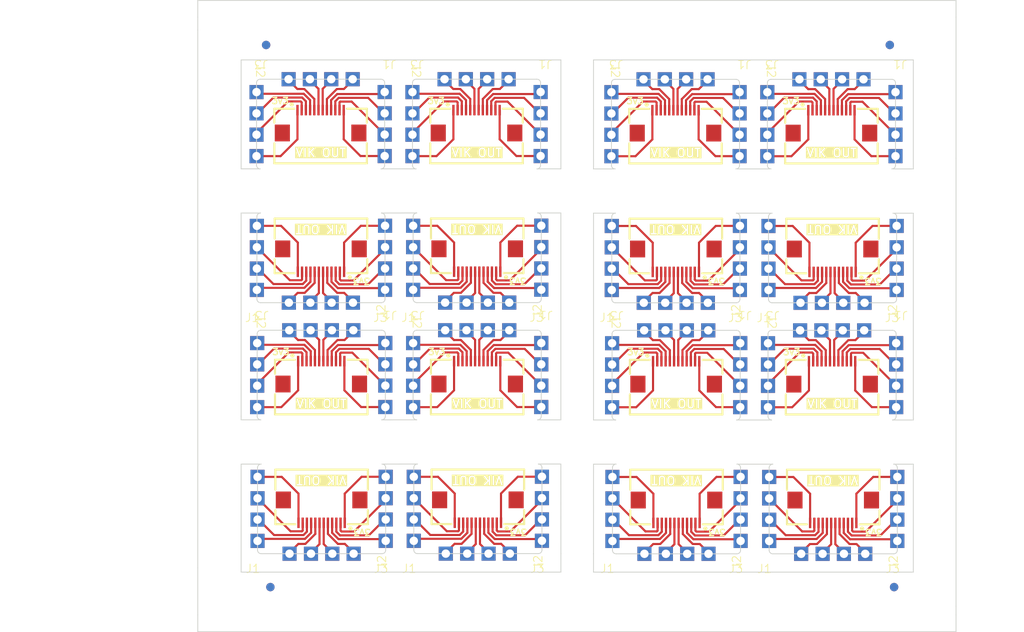
<source format=kicad_pcb>
(kicad_pcb (version 20240108) (generator "pcbnew") (generator_version "8.0")
  (layers (0 "F.Cu" signal) (31 "B.Cu" signal) (34 "B.Paste" user) (35 "F.Paste" user) (36 "B.SilkS" user "B.Silkscreen") (37 "F.SilkS" user "F.Silkscreen") (38 "B.Mask" user) (39 "F.Mask" user) (44 "Edge.Cuts" user))
  (net 0 "")
  (net 1 "SCLK")
  (net 2 "MISO")
  (net 3 "SPI_CS")
  (net 4 "GP_AD2")
  (net 5 "MOSI")
  (net 6 "GP_AD1")
  (net 7 "+5V")
  (net 8 "RGB_DO")
  (net 9 "+3V3")
  (net 10 "GND")
  (net 11 "SDA")
  (net 12 "SCL")
  (footprint "vik:Castellated2.54.01x04" (layer "F.Cu") (at 221.3586 103.272102 90)
    (property "Reference" "J2")
    (property "Value" "Conn_01x04")
  )
  (footprint "vik:Castellated2.54.01x04" (layer "F.Cu") (at 145.713478 43.961411 180)
    (property "Reference" "J3")
    (property "Value" "Conn_01x04")
  )
  (footprint "Fiducial_1mm_Mask3mm" (layer "F.Cu") (at 220.98 106.68)
    (property "Reference" "")
    (property "Value" "")
  )
  (footprint "vik:Castellated2.54.01x04" (layer "F.Cu") (at 186.937322 105.006478)
    (property "Reference" "J1")
    (property "Value" "Conn_01x04")
  )
  (footprint "vik:Castellated2.54.01x04" (layer "F.Cu") (at 163.788978 75.561511 -90)
    (property "Reference" "J2")
    (property "Value" "Conn_01x04")
  )
  (footprint "vik:Castellated2.54.01x04" (layer "F.Cu") (at 187.3708 45.7006 -90)
    (property "Reference" "J2")
    (property "Value" "Conn_01x04")
  )
  (footprint "vik:Castellated2.54.01x04" (layer "F.Cu") (at 178.4775 75.1007)
    (property "Reference" "J3")
    (property "Value" "Conn_01x04")
  )
  (footprint "vik:Castellated2.54.01x04" (layer "F.Cu") (at 160.52 103.257289 90)
    (property "Reference" "J2")
    (property "Value" "Conn_01x04")
  )
  (footprint "vik:Castellated2.54.01x04" (layer "F.Cu") (at 179.573978 73.825511 180)
    (property "Reference" "J1")
    (property "Value" "Conn_01x04")
  )
  (footprint "vik:Castellated2.54.01x04" (layer "F.Cu") (at 205.9128 45.7006 -90)
    (property "Reference" "J2")
    (property "Value" "Conn_01x04")
  )
  (footprint "vik:Castellated2.54.01x04" (layer "F.Cu") (at 163.2375 75.1107)
    (property "Reference" "J1")
    (property "Value" "Conn_01x04")
  )
  (footprint "vik:Castellated2.54.01x04" (layer "F.Cu") (at 203.1558 43.9646 180)
    (property "Reference" "J1")
    (property "Value" "Conn_01x04")
  )
  (footprint "vik:vik-keyboard-connector-horizontal" (layer "F.Cu") (at 152.905 96.992289 180)
    (property "Reference" "J22" (hide yes))
    (property "Value" "~")
  )
  (footprint "vik:Castellated2.54.01x04" (layer "F.Cu") (at 178.556 104.9748)
    (property "Reference" "J3")
    (property "Value" "Conn_01x04")
  )
  (footprint "vik:Castellated2.54.01x04" (layer "F.Cu") (at 164.255478 43.961411 180)
    (property "Reference" "J3")
    (property "Value" "Conn_01x04")
  )
  (footprint "vik:vik-keyboard-connector-horizontal" (layer "F.Cu") (at 195.028822 67.131378 180)
    (property "Reference" "J16" (hide yes))
    (property "Value" "~")
  )
  (footprint "vik:Castellated2.54.01x04" (layer "F.Cu") (at 203.2343 73.8387 180)
    (property "Reference" "J1")
    (property "Value" "Conn_01x04")
  )
  (footprint "vik:vik-keyboard-connector-horizontal" (layer "F.Cu") (at 213.5278 51.9656)
    (property "Reference" "13" (hide yes))
    (property "Value" "~")
  )
  (footprint "vik:Castellated2.54.01x04" (layer "F.Cu") (at 145.168478 45.687411 -90)
    (property "Reference" "J2")
    (property "Value" "Conn_01x04")
  )
  (footprint "vik:vik-keyboard-connector-horizontal" (layer "F.Cu") (at 152.8265 67.118189 180)
    (property "Reference" "J14" (hide yes))
    (property "Value" "~")
  )
  (footprint "vik:Castellated2.54.01x04" (layer "F.Cu") (at 206.4578 43.9746 180)
    (property "Reference" "J3")
    (property "Value" "Conn_01x04")
  )
  (footprint "vik:Castellated2.54.01x04" (layer "F.Cu") (at 179.101 103.2488 90)
    (property "Reference" "J2")
    (property "Value" "Conn_01x04")
  )
  (footprint "vik:Castellated2.54.01x04" (layer "F.Cu") (at 202.177322 104.996478)
    (property "Reference" "J3")
    (property "Value" "Conn_01x04")
  )
  (footprint "vik:Castellated2.54.01x04" (layer "F.Cu") (at 159.975 104.983289)
    (property "Reference" "J3")
    (property "Value" "Conn_01x04")
  )
  (footprint "vik:Castellated2.54.01x04" (layer "F.Cu") (at 187.9943 73.8487 180)
    (property "Reference" "J3")
    (property "Value" "Conn_01x04")
  )
  (footprint "vik:Castellated2.54.01x04" (layer "F.Cu") (at 221.2801 73.398002 90)
    (property "Reference" "J2")
    (property "Value" "Conn_01x04")
  )
  (footprint "Fiducial_1mm_Mask3mm" (layer "F.Cu") (at 146.304 42.164)
    (property "Reference" "")
    (property "Value" "")
  )
  (footprint "vik:Castellated2.54.01x04" (layer "F.Cu") (at 164.333978 73.835511 180)
    (property "Reference" "J3")
    (property "Value" "Conn_01x04")
  )
  (footprint "Fiducial_1mm_Mask3mm" (layer "F.Cu") (at 146.812 106.68)
    (property "Reference" "")
    (property "Value" "")
  )
  (footprint "vik:vik-keyboard-connector-horizontal" (layer "F.Cu") (at 195.107322 97.005478 180)
    (property "Reference" "J24" (hide yes))
    (property "Value" "~")
  )
  (footprint "vik:Castellated2.54.01x04" (layer "F.Cu") (at 220.8136 104.998102)
    (property "Reference" "J3")
    (property "Value" "Conn_01x04")
  )
  (footprint "vik:Castellated2.54.01x04" (layer "F.Cu") (at 145.246978 75.561511 -90)
    (property "Reference" "J2")
    (property "Value" "Conn_01x04")
  )
  (footprint "vik:Castellated2.54.01x04" (layer "F.Cu") (at 145.791978 73.835511 180)
    (property "Reference" "J3")
    (property "Value" "Conn_01x04")
  )
  (footprint "vik:vik-keyboard-connector-horizontal" (layer "F.Cu") (at 213.7436 97.007102 180)
    (property "Reference" "J25" (hide yes))
    (property "Value" "~")
  )
  (footprint "vik:Castellated2.54.01x04" (layer "F.Cu") (at 144.6565 75.119189)
    (property "Reference" "J1")
    (property "Value" "Conn_01x04")
  )
  (footprint "vik:Castellated2.54.01x04" (layer "F.Cu") (at 220.7351 75.124002)
    (property "Reference" "J3")
    (property "Value" "Conn_01x04")
  )
  (footprint "vik:Castellated2.54.01x04" (layer "F.Cu") (at 160.953478 43.951411 180)
    (property "Reference" "J1")
    (property "Value" "Conn_01x04")
  )
  (footprint "vik:Castellated2.54.01x04" (layer "F.Cu") (at 202.722322 103.270478 90)
    (property "Reference" "J2")
    (property "Value" "Conn_01x04")
  )
  (footprint "vik:vik-keyboard-connector-horizontal" (layer "F.Cu") (at 171.4075 67.1097 180)
    (property "Reference" "J15" (hide yes))
    (property "Value" "~")
  )
  (footprint "vik:Castellated2.54.01x04" (layer "F.Cu") (at 159.8965 75.109189)
    (property "Reference" "J3")
    (property "Value" "Conn_01x04")
  )
  (footprint "vik:Castellated2.54.01x04" (layer "F.Cu") (at 187.4493 75.5747 -90)
    (property "Reference" "J2")
    (property "Value" "Conn_01x04")
  )
  (footprint "vik:Castellated2.54.01x04" (layer "F.Cu") (at 205.5736 105.008102)
    (property "Reference" "J1")
    (property "Value" "Conn_01x04")
  )
  (footprint "vik:Castellated2.54.01x04" (layer "F.Cu") (at 205.4951 75.134002)
    (property "Reference" "J1")
    (property "Value" "Conn_01x04")
  )
  (footprint "vik:Castellated2.54.01x04" (layer "F.Cu") (at 187.9158 43.9746 180)
    (property "Reference" "J3")
    (property "Value" "Conn_01x04")
  )
  (footprint "vik:Castellated2.54.01x04" (layer "F.Cu") (at 202.098822 75.122378)
    (property "Reference" "J3")
    (property "Value" "Conn_01x04")
  )
  (footprint "vik:vik-keyboard-connector-horizontal" (layer "F.Cu") (at 213.6651 67.133002 180)
    (property "Reference" "J17" (hide yes))
    (property "Value" "~")
  )
  (footprint "vik:vik-keyboard-connector-horizontal" (layer "F.Cu") (at 171.403978 81.826511)
    (property "Reference" "J19" (hide yes))
    (property "Value" "~")
  )
  (footprint "vik:Castellated2.54.01x04" (layer "F.Cu") (at 179.0225 73.3747 90)
    (property "Reference" "J2")
    (property "Value" "Conn_01x04")
  )
  (footprint "vik:Castellated2.54.01x04" (layer "F.Cu") (at 144.735 104.993289)
    (property "Reference" "J1")
    (property "Value" "Conn_01x04")
  )
  (footprint "vik:vik-keyboard-connector-horizontal" (layer "F.Cu") (at 171.325478 51.952411)
    (property "Reference" "J11" (hide yes))
    (property "Value" "~")
  )
  (footprint "vik:Castellated2.54.01x04" (layer "F.Cu") (at 163.710478 45.687411 -90)
    (property "Reference" "J2")
    (property "Value" "Conn_01x04")
  )
  (footprint "vik:vik-keyboard-connector-horizontal" (layer "F.Cu") (at 195.0643 81.8397)
    (property "Reference" "J20" (hide yes))
    (property "Value" "~")
  )
  (footprint "vik:Castellated2.54.01x04" (layer "F.Cu") (at 205.9913 75.5747 -90)
    (property "Reference" "J2")
    (property "Value" "Conn_01x04")
  )
  (footprint "vik:Castellated2.54.01x04" (layer "F.Cu") (at 179.495478 43.951411 180)
    (property "Reference" "J1")
    (property "Value" "Conn_01x04")
  )
  (footprint "vik:Castellated2.54.01x04" (layer "F.Cu") (at 206.5363 73.8487 180)
    (property "Reference" "J3")
    (property "Value" "Conn_01x04")
  )
  (footprint "vik:vik-keyboard-connector-horizontal" (layer "F.Cu") (at 194.9858 51.9656)
    (property "Reference" "J12" (hide yes))
    (property "Value" "~")
  )
  (footprint "vik:Castellated2.54.01x04" (layer "F.Cu") (at 163.316 104.9848)
    (property "Reference" "J1")
    (property "Value" "Conn_01x04")
  )
  (footprint "vik:Castellated2.54.01x04" (layer "F.Cu") (at 161.031978 73.825511 180)
    (property "Reference" "J1")
    (property "Value" "Conn_01x04")
  )
  (footprint "vik:Castellated2.54.01x04" (layer "F.Cu") (at 160.4415 73.383189 90)
    (property "Reference" "J2")
    (property "Value" "Conn_01x04")
  )
  (footprint "vik:Castellated2.54.01x04" (layer "F.Cu") (at 202.643822 73.396378 90)
    (property "Reference" "J2")
    (property "Value" "Conn_01x04")
  )
  (footprint "vik:vik-keyboard-connector-horizontal" (layer "F.Cu") (at 152.861978 81.826511)
    (property "Reference" "J18" (hide yes))
    (property "Value" "~")
  )
  (footprint "vik:vik-keyboard-connector-horizontal" (layer "F.Cu") (at 152.783478 51.952411)
    (property "Reference" "J10" (hide yes))
    (property "Value" "~")
  )
  (footprint "vik:Castellated2.54.01x04" (layer "F.Cu") (at 186.858822 75.132378)
    (property "Reference" "J1")
    (property "Value" "Conn_01x04")
  )
  (footprint "vik:vik-keyboard-connector-horizontal" (layer "F.Cu") (at 171.486 96.9838 180)
    (property "Reference" "J23" (hide yes))
    (property "Value" "~")
  )
  (footprint "vik:Castellated2.54.01x04" (layer "F.Cu") (at 221.6978 43.9646 180)
    (property "Reference" "J1")
    (property "Value" "Conn_01x04")
  )
  (footprint "Fiducial_1mm_Mask3mm" (layer "F.Cu") (at 220.472 42.164)
    (property "Reference" "")
    (property "Value" "")
  )
  (footprint "vik:Castellated2.54.01x04" (layer "F.Cu") (at 221.7763 73.8387 180)
    (property "Reference" "J1")
    (property "Value" "Conn_01x04")
  )
  (footprint "vik:vik-keyboard-connector-horizontal" (layer "F.Cu") (at 213.6063 81.8397)
    (property "Reference" "J21" (hide yes))
    (property "Value" "~")
  )
  (footprint "Fiducial_1mm_Mask3mm" (layer "B.Cu") (at 220.472 42.164)
    (property "Reference" "")
    (property "Value" "")
  )
  (footprint "Fiducial_1mm_Mask3mm" (layer "B.Cu") (at 146.304 42.164)
    (property "Reference" "")
    (property "Value" "")
  )
  (footprint "Fiducial_1mm_Mask3mm" (layer "B.Cu") (at 146.812 106.68)
    (property "Reference" "")
    (property "Value" "")
  )
  (footprint "Fiducial_1mm_Mask3mm" (layer "B.Cu") (at 220.98 106.68)
    (property "Reference" "")
    (property "Value" "")
  )
  (gr_line (start 206.554738 102.72108) (end 220.932462 102.72108) (stroke (width 0.1)) (layer "Edge.Cuts"))
  (gr_line (start 163.785 76.542649) (end 163.785 86.348373) (stroke (width 0.1)) (layer "Edge.Cuts"))
  (gr_arc (start 160.403478 56.475295) (mid 160.277505 56.779438) (end 159.973362 56.905411) (stroke (width 0.1)) (layer "Edge.Cuts"))
  (gr_line (start 185.24 86.791678) (end 185.24 62.178378) (stroke (width 0.1)) (layer "Edge.Cuts"))
  (gr_line (start 138.176 104.394) (end 138.176 40.386) (stroke (width 0.1)) (layer "Edge.Cuts"))
  (gr_line (start 187.91846 102.719456) (end 202.296184 102.719456) (stroke (width 0.1)) (layer "Edge.Cuts"))
  (gr_line (start 187.445322 76.555838) (end 187.445322 86.361562) (stroke (width 0.1)) (layer "Edge.Cuts"))
  (gr_arc (start 205.987322 76.555838) (mid 206.113289 76.251689) (end 206.417438 76.125722) (stroke (width 0.1)) (layer "Edge.Cuts"))
  (gr_arc (start 145.673116 86.778489) (mid 145.368967 86.652522) (end 145.243 86.348373) (stroke (width 0.1)) (layer "Edge.Cuts"))
  (gr_arc (start 187.875438 86.791678) (mid 187.571289 86.665711) (end 187.445322 86.361562) (stroke (width 0.1)) (layer "Edge.Cuts"))
  (gr_line (start 138.176 111.982) (end 228.346 111.982) (stroke (width 0.1)) (layer "Edge.Cuts"))
  (gr_line (start 178.515362 56.905411) (end 181.356 56.905411) (stroke (width 0.1)) (layer "Edge.Cuts"))
  (gr_line (start 202.253162 76.125722) (end 187.875438 76.125722) (stroke (width 0.1)) (layer "Edge.Cuts"))
  (gr_arc (start 160.481978 86.349395) (mid 160.356005 86.653538) (end 160.051862 86.779511) (stroke (width 0.1)) (layer "Edge.Cuts"))
  (gr_line (start 178.596362 62.157722) (end 181.35 62.157722) (stroke (width 0.1)) (layer "Edge.Cuts"))
  (gr_line (start 228.346 55.626) (end 228.346 38.862) (stroke (width 0.1)) (layer "Edge.Cuts"))
  (gr_arc (start 145.637638 72.832167) (mid 145.333489 72.7062) (end 145.207522 72.402051) (stroke (width 0.1)) (layer "Edge.Cuts"))
  (gr_line (start 181.356 104.902) (end 143.336 104.902) (stroke (width 0.1)) (layer "Edge.Cuts"))
  (gr_arc (start 220.853962 62.181024) (mid 221.15811 62.306991) (end 221.284078 62.61114) (stroke (width 0.1)) (layer "Edge.Cuts"))
  (gr_line (start 228.346 36.862) (end 138.176 36.862) (stroke (width 0.1)) (layer "Edge.Cuts"))
  (gr_line (start 187.838938 62.178378) (end 185.24 62.178378) (stroke (width 0.1)) (layer "Edge.Cuts"))
  (gr_line (start 220.716662 46.251622) (end 206.338938 46.251622) (stroke (width 0.1)) (layer "Edge.Cuts"))
  (gr_line (start 221.362578 102.290964) (end 221.362578 92.48524) (stroke (width 0.1)) (layer "Edge.Cuts"))
  (gr_arc (start 178.596362 62.157722) (mid 178.900511 62.283689) (end 179.026478 62.587838) (stroke (width 0.1)) (layer "Edge.Cuts"))
  (gr_arc (start 187.83996 72.845356) (mid 187.535811 72.719389) (end 187.409844 72.41524) (stroke (width 0.1)) (layer "Edge.Cuts"))
  (gr_line (start 160.445478 72.402051) (end 160.445478 62.596327) (stroke (width 0.1)) (layer "Edge.Cuts"))
  (gr_arc (start 145.285 92.469405) (mid 145.410973 92.165262) (end 145.715116 92.039289) (stroke (width 0.1)) (layer "Edge.Cuts"))
  (gr_line (start 228.346 55.626) (end 228.346 108.966) (stroke (width 0.1)) (layer "Edge.Cuts"))
  (gr_line (start 187.366822 46.681738) (end 187.366822 56.487462) (stroke (width 0.1)) (layer "Edge.Cuts"))
  (gr_arc (start 179.023978 86.349395) (mid 178.898005 86.653538) (end 178.593862 86.779511) (stroke (width 0.1)) (layer "Edge.Cuts"))
  (gr_arc (start 159.97234 46.238433) (mid 160.276489 46.3644) (end 160.402456 46.668549) (stroke (width 0.1)) (layer "Edge.Cuts"))
  (gr_line (start 145.715116 92.039289) (end 143.336 92.039289) (stroke (width 0.1)) (layer "Edge.Cuts"))
  (gr_line (start 202.7263 102.28934) (end 202.7263 92.483616) (stroke (width 0.1)) (layer "Edge.Cuts"))
  (gr_arc (start 187.408822 62.608494) (mid 187.534795 62.304351) (end 187.838938 62.178378) (stroke (width 0.1)) (layer "Edge.Cuts"))
  (gr_line (start 163.7875 62.586816) (end 163.788522 72.393562) (stroke (width 0.1)) (layer "Edge.Cuts"))
  (gr_line (start 145.1645 46.668549) (end 145.1645 56.474273) (stroke (width 0.1)) (layer "Edge.Cuts"))
  (gr_arc (start 145.716138 102.706267) (mid 145.411989 102.5803) (end 145.286022 102.276151) (stroke (width 0.1)) (layer "Edge.Cuts"))
  (gr_line (start 179.023978 86.349395) (end 179.022956 76.542649) (stroke (width 0.1)) (layer "Edge.Cuts"))
  (gr_line (start 145.243 76.542649) (end 145.243 86.348373) (stroke (width 0.1)) (layer "Edge.Cuts"))
  (gr_arc (start 160.015362 62.166211) (mid 160.319511 62.292178) (end 160.445478 62.596327) (stroke (width 0.1)) (layer "Edge.Cuts"))
  (gr_line (start 202.6843 86.362584) (end 202.683278 76.555838) (stroke (width 0.1)) (layer "Edge.Cuts"))
  (gr_line (start 138.176 38.862) (end 138.176 40.386) (stroke (width 0.1)) (layer "Edge.Cuts"))
  (gr_arc (start 178.59284 76.112533) (mid 178.896989 76.2385) (end 179.022956 76.542649) (stroke (width 0.1)) (layer "Edge.Cuts"))
  (gr_line (start 206.0451 62.610118) (end 206.046122 72.416864) (stroke (width 0.1)) (layer "Edge.Cuts"))
  (gr_line (start 220.932462 92.055124) (end 223.266 92.055124) (stroke (width 0.1)) (layer "Edge.Cuts"))
  (gr_line (start 164.297138 102.697778) (end 178.674862 102.697778) (stroke (width 0.1)) (layer "Edge.Cuts"))
  (gr_line (start 160.403478 56.475295) (end 160.402456 46.668549) (stroke (width 0.1)) (layer "Edge.Cuts"))
  (gr_arc (start 145.594616 56.904389) (mid 145.290467 56.778422) (end 145.1645 56.474273) (stroke (width 0.1)) (layer "Edge.Cuts"))
  (gr_arc (start 202.6058 56.488484) (mid 202.479827 56.792627) (end 202.175684 56.9186) (stroke (width 0.1)) (layer "Edge.Cuts"))
  (gr_line (start 181.35 62.157722) (end 181.35 86.779511) (stroke (width 0.1)) (layer "Edge.Cuts"))
  (gr_line (start 178.674862 92.031822) (end 181.35 92.031822) (stroke (width 0.1)) (layer "Edge.Cuts"))
  (gr_line (start 178.593862 86.779511) (end 181.35 86.779511) (stroke (width 0.1)) (layer "Edge.Cuts"))
  (gr_arc (start 220.795162 76.125722) (mid 221.099311 76.251689) (end 221.225278 76.555838) (stroke (width 0.1)) (layer "Edge.Cuts"))
  (gr_line (start 138.176 109.982) (end 138.176 111.982) (stroke (width 0.1)) (layer "Edge.Cuts"))
  (gr_line (start 143.336 62.165189) (end 143.336 86.36) (stroke (width 0.1)) (layer "Edge.Cuts"))
  (gr_arc (start 187.487322 92.482594) (mid 187.613295 92.178451) (end 187.917438 92.052478) (stroke (width 0.1)) (layer "Edge.Cuts"))
  (gr_arc (start 160.445478 72.402051) (mid 160.319511 72.7062) (end 160.015362 72.832167) (stroke (width 0.1)) (layer "Edge.Cuts"))
  (gr_line (start 223.266 92.055124) (end 223.266 104.902) (stroke (width 0.1)) (layer "Edge.Cuts"))
  (gr_arc (start 187.796938 56.917578) (mid 187.492789 56.791611) (end 187.366822 56.487462) (stroke (width 0.1)) (layer "Edge.Cuts"))
  (gr_line (start 202.217684 62.1794) (end 206.475216 62.180002) (stroke (width 0.1)) (layer "Edge.Cuts"))
  (gr_line (start 185.237322 104.902) (end 223.266 104.902) (stroke (width 0.1)) (layer "Edge.Cuts"))
  (gr_line (start 223.266 62.181024) (end 223.266 86.614) (stroke (width 0.1)) (layer "Edge.Cuts"))
  (gr_line (start 185.237322 43.942) (end 223.266 43.942) (stroke (width 0.1)) (layer "Edge.Cuts"))
  (gr_line (start 163.7065 46.668549) (end 163.7065 56.474273) (stroke (width 0.1)) (layer "Edge.Cuts"))
  (gr_line (start 220.796184 86.7927) (end 223.266 86.7927) (stroke (width 0.1)) (layer "Edge.Cuts"))
  (gr_arc (start 221.362578 102.290964) (mid 221.236611 102.595113) (end 220.932462 102.72108) (stroke (width 0.1)) (layer "Edge.Cuts"))
  (gr_line (start 205.908822 46.681738) (end 205.908822 56.487462) (stroke (width 0.1)) (layer "Edge.Cuts"))
  (gr_arc (start 145.243 76.542649) (mid 145.368967 76.2385) (end 145.673116 76.112533) (stroke (width 0.1)) (layer "Edge.Cuts"))
  (gr_line (start 205.987322 76.555838) (end 205.987322 86.361562) (stroke (width 0.1)) (layer "Edge.Cuts"))
  (gr_line (start 160.093862 92.040311) (end 164.296116 92.0308) (stroke (width 0.1)) (layer "Edge.Cuts"))
  (gr_line (start 179.104978 102.267662) (end 179.104978 92.461938) (stroke (width 0.1)) (layer "Edge.Cuts"))
  (gr_arc (start 221.1478 56.488484) (mid 221.021827 56.792627) (end 220.717684 56.9186) (stroke (width 0.1)) (layer "Edge.Cuts"))
  (gr_line (start 185.237322 102.719456) (end 185.237322 104.902) (stroke (width 0.1)) (layer "Edge.Cuts"))
  (gr_line (start 160.481978 86.349395) (end 160.480956 76.542649) (stroke (width 0.1)) (layer "Edge.Cuts"))
  (gr_line (start 223.266 56.9186) (end 223.266 43.942) (stroke (width 0.1)) (layer "Edge.Cuts"))
  (gr_line (start 164.218638 72.823678) (end 178.596362 72.823678) (stroke (width 0.1)) (layer "Edge.Cuts"))
  (gr_arc (start 202.7263 102.28934) (mid 202.600333 102.593489) (end 202.296184 102.719456) (stroke (width 0.1)) (layer "Edge.Cuts"))
  (gr_line (start 187.408822 62.608494) (end 187.409844 72.41524) (stroke (width 0.1)) (layer "Edge.Cuts"))
  (gr_line (start 138.176 104.394) (end 138.176 109.982) (stroke (width 0.1)) (layer "Edge.Cuts"))
  (gr_arc (start 202.217684 62.1794) (mid 202.521827 62.305373) (end 202.6478 62.609516) (stroke (width 0.1)) (layer "Edge.Cuts"))
  (gr_line (start 228.346 109.982) (end 228.346 108.966) (stroke (width 0.1)) (layer "Edge.Cuts"))
  (gr_line (start 178.51434 46.238433) (end 164.136616 46.238433) (stroke (width 0.1)) (layer "Edge.Cuts"))
  (gr_arc (start 164.136616 56.904389) (mid 163.832467 56.778422) (end 163.7065 56.474273) (stroke (width 0.1)) (layer "Edge.Cuts"))
  (gr_arc (start 160.05084 76.112533) (mid 160.354989 76.2385) (end 160.480956 76.542649) (stroke (width 0.1)) (layer "Edge.Cuts"))
  (gr_line (start 187.875438 86.791678) (end 185.24 86.791678) (stroke (width 0.1)) (layer "Edge.Cuts"))
  (gr_line (start 228.346 38.862) (end 228.346 36.862) (stroke (width 0.1)) (layer "Edge.Cuts"))
  (gr_line (start 179.026478 72.393562) (end 179.026478 62.587838) (stroke (width 0.1)) (layer "Edge.Cuts"))
  (gr_line (start 187.487322 92.482594) (end 187.488344 102.28934) (stroke (width 0.1)) (layer "Edge.Cuts"))
  (gr_line (start 138.176 38.862) (end 138.176 36.862) (stroke (width 0.1)) (layer "Edge.Cuts"))
  (gr_line (start 202.175684 56.9186) (end 206.338938 56.917578) (stroke (width 0.1)) (layer "Edge.Cuts"))
  (gr_line (start 160.015362 62.166211) (end 164.217616 62.1567) (stroke (width 0.1)) (layer "Edge.Cuts"))
  (gr_arc (start 187.91846 102.719456) (mid 187.614311 102.593489) (end 187.488344 102.28934) (stroke (width 0.1)) (layer "Edge.Cuts"))
  (gr_line (start 202.174662 46.251622) (end 187.796938 46.251622) (stroke (width 0.1)) (layer "Edge.Cuts"))
  (gr_line (start 202.254184 86.7927) (end 206.417438 86.791678) (stroke (width 0.1)) (layer "Edge.Cuts"))
  (gr_line (start 159.973362 56.905411) (end 164.136616 56.904389) (stroke (width 0.1)) (layer "Edge.Cuts"))
  (gr_line (start 181.356 102.697778) (end 181.356 104.902) (stroke (width 0.1)) (layer "Edge.Cuts"))
  (gr_line (start 221.2263 86.362584) (end 221.225278 76.555838) (stroke (width 0.1)) (layer "Edge.Cuts"))
  (gr_line (start 163.866 92.460916) (end 163.867022 102.267662) (stroke (width 0.1)) (layer "Edge.Cuts"))
  (gr_line (start 202.6478 72.41524) (end 202.6478 62.609516) (stroke (width 0.1)) (layer "Edge.Cuts"))
  (gr_arc (start 164.218638 72.823678) (mid 163.914489 72.697711) (end 163.788522 72.393562) (stroke (width 0.1)) (layer "Edge.Cuts"))
  (gr_line (start 206.1236 92.484218) (end 206.124622 102.290964) (stroke (width 0.1)) (layer "Edge.Cuts"))
  (gr_arc (start 206.476238 72.84698) (mid 206.172088 72.721013) (end 206.046122 72.416864) (stroke (width 0.1)) (layer "Edge.Cuts"))
  (gr_line (start 145.594616 56.904389) (end 143.336 56.904389) (stroke (width 0.1)) (layer "Edge.Cuts"))
  (gr_arc (start 160.523978 102.276151) (mid 160.398011 102.5803) (end 160.093862 102.706267) (stroke (width 0.1)) (layer "Edge.Cuts"))
  (gr_line (start 160.051862 86.779511) (end 164.215116 86.778489) (stroke (width 0.1)) (layer "Edge.Cuts"))
  (gr_line (start 185.24 56.917578) (end 185.237322 43.942) (stroke (width 0.1)) (layer "Edge.Cuts"))
  (gr_arc (start 163.7065 46.668549) (mid 163.832467 46.3644) (end 164.136616 46.238433) (stroke (width 0.1)) (layer "Edge.Cuts"))
  (gr_arc (start 206.1236 92.484218) (mid 206.249573 92.180075) (end 206.553716 92.054102) (stroke (width 0.1)) (layer "Edge.Cuts"))
  (gr_line (start 220.795162 76.125722) (end 206.417438 76.125722) (stroke (width 0.1)) (layer "Edge.Cuts"))
  (gr_arc (start 145.2065 62.595305) (mid 145.332473 62.291162) (end 145.636616 62.165189) (stroke (width 0.1)) (layer "Edge.Cuts"))
  (gr_arc (start 164.215116 86.778489) (mid 163.910967 86.652522) (end 163.785 86.348373) (stroke (width 0.1)) (layer "Edge.Cuts"))
  (gr_line (start 187.796938 56.917578) (end 185.24 56.917578) (stroke (width 0.1)) (layer "Edge.Cuts"))
  (gr_line (start 145.636616 62.165189) (end 143.336 62.165189) (stroke (width 0.1)) (layer "Edge.Cuts"))
  (gr_line (start 206.476238 72.84698) (end 220.853962 72.84698) (stroke (width 0.1)) (layer "Edge.Cuts"))
  (gr_line (start 145.637638 72.832167) (end 160.015362 72.832167) (stroke (width 0.1)) (layer "Edge.Cuts"))
  (gr_line (start 202.296184 92.0535) (end 206.553716 92.054102) (stroke (width 0.1)) (layer "Edge.Cuts"))
  (gr_arc (start 206.554738 102.72108) (mid 206.250589 102.595113) (end 206.124622 102.290964) (stroke (width 0.1)) (layer "Edge.Cuts"))
  (gr_arc (start 202.6843 86.362584) (mid 202.558327 86.666727) (end 202.254184 86.7927) (stroke (width 0.1)) (layer "Edge.Cuts"))
  (gr_line (start 202.6058 56.488484) (end 202.604778 46.681738) (stroke (width 0.1)) (layer "Edge.Cuts"))
  (gr_line (start 187.917438 92.052478) (end 185.24 92.052478) (stroke (width 0.1)) (layer "Edge.Cuts"))
  (gr_line (start 145.673116 86.778489) (end 143.336 86.778489) (stroke (width 0.1)) (layer "Edge.Cuts"))
  (gr_line (start 160.05084 76.112533) (end 145.673116 76.112533) (stroke (width 0.1)) (layer "Edge.Cuts"))
  (gr_arc (start 202.296184 92.0535) (mid 202.600333 92.179467) (end 202.7263 92.483616) (stroke (width 0.1)) (layer "Edge.Cuts"))
  (gr_line (start 143.336 92.039289) (end 143.336 104.902) (stroke (width 0.1)) (layer "Edge.Cuts"))
  (gr_line (start 159.97234 46.238433) (end 145.594616 46.238433) (stroke (width 0.1)) (layer "Edge.Cuts"))
  (gr_arc (start 160.093862 92.040311) (mid 160.398011 92.166278) (end 160.523978 92.470427) (stroke (width 0.1)) (layer "Edge.Cuts"))
  (gr_arc (start 220.932462 92.055124) (mid 221.236611 92.181091) (end 221.362578 92.48524) (stroke (width 0.1)) (layer "Edge.Cuts"))
  (gr_line (start 223.266 86.614) (end 223.266 86.7927) (stroke (width 0.1)) (layer "Edge.Cuts"))
  (gr_arc (start 145.1645 46.668549) (mid 145.290467 46.3644) (end 145.594616 46.238433) (stroke (width 0.1)) (layer "Edge.Cuts"))
  (gr_line (start 228.346 109.982) (end 228.346 111.982) (stroke (width 0.1)) (layer "Edge.Cuts"))
  (gr_arc (start 178.51434 46.238433) (mid 178.818489 46.3644) (end 178.944456 46.668549) (stroke (width 0.1)) (layer "Edge.Cuts"))
  (gr_arc (start 206.338938 56.917578) (mid 206.034789 56.791611) (end 205.908822 56.487462) (stroke (width 0.1)) (layer "Edge.Cuts"))
  (gr_line (start 145.285 92.469405) (end 145.286022 102.276151) (stroke (width 0.1)) (layer "Edge.Cuts"))
  (gr_line (start 181.356 43.942) (end 143.336 43.942) (stroke (width 0.1)) (layer "Edge.Cuts"))
  (gr_line (start 178.945478 56.475295) (end 178.944456 46.668549) (stroke (width 0.1)) (layer "Edge.Cuts"))
  (gr_line (start 221.284078 72.416864) (end 221.284078 62.61114) (stroke (width 0.1)) (layer "Edge.Cuts"))
  (gr_arc (start 178.945478 56.475295) (mid 178.819505 56.779438) (end 178.515362 56.905411) (stroke (width 0.1)) (layer "Edge.Cuts"))
  (gr_line (start 181.35 92.031822) (end 181.356 102.697778) (stroke (width 0.1)) (layer "Edge.Cuts"))
  (gr_arc (start 164.297138 102.697778) (mid 163.992989 102.571811) (end 163.867022 102.267662) (stroke (width 0.1)) (layer "Edge.Cuts"))
  (gr_arc (start 205.908822 46.681738) (mid 206.034789 46.377589) (end 206.338938 46.251622) (stroke (width 0.1)) (layer "Edge.Cuts"))
  (gr_line (start 220.853962 62.181024) (end 223.266 62.181024) (stroke (width 0.1)) (layer "Edge.Cuts"))
  (gr_arc (start 202.174662 46.251622) (mid 202.478811 46.377589) (end 202.604778 46.681738) (stroke (width 0.1)) (layer "Edge.Cuts"))
  (gr_line (start 220.717684 56.9186) (end 223.266 56.9186) (stroke (width 0.1)) (layer "Edge.Cuts"))
  (gr_line (start 181.356 43.942) (end 181.356 56.905411) (stroke (width 0.1)) (layer "Edge.Cuts"))
  (gr_arc (start 221.2263 86.362584) (mid 221.100327 86.666727) (end 220.796184 86.7927) (stroke (width 0.1)) (layer "Edge.Cuts"))
  (gr_arc (start 179.104978 102.267662) (mid 178.979011 102.571811) (end 178.674862 102.697778) (stroke (width 0.1)) (layer "Edge.Cuts"))
  (gr_arc (start 206.417438 86.791678) (mid 206.113289 86.665711) (end 205.987322 86.361562) (stroke (width 0.1)) (layer "Edge.Cuts"))
  (gr_arc (start 221.284078 72.416864) (mid 221.15811 72.721012) (end 220.853962 72.84698) (stroke (width 0.1)) (layer "Edge.Cuts"))
  (gr_line (start 178.59284 76.112533) (end 164.215116 76.112533) (stroke (width 0.1)) (layer "Edge.Cuts"))
  (gr_line (start 187.83996 72.845356) (end 202.217684 72.845356) (stroke (width 0.1)) (layer "Edge.Cuts"))
  (gr_arc (start 178.674862 92.031822) (mid 178.979011 92.157789) (end 179.104978 92.461938) (stroke (width 0.1)) (layer "Edge.Cuts"))
  (gr_line (start 221.1478 56.488484) (end 221.146778 46.681738) (stroke (width 0.1)) (layer "Edge.Cuts"))
  (gr_arc (start 163.866 92.460916) (mid 163.991973 92.156773) (end 164.296116 92.0308) (stroke (width 0.1)) (layer "Edge.Cuts"))
  (gr_arc (start 179.026478 72.393562) (mid 178.900511 72.697711) (end 178.596362 72.823678) (stroke (width 0.1)) (layer "Edge.Cuts"))
  (gr_line (start 145.716138 102.706267) (end 160.093862 102.706267) (stroke (width 0.1)) (layer "Edge.Cuts"))
  (gr_arc (start 163.785 76.542649) (mid 163.910967 76.2385) (end 164.215116 76.112533) (stroke (width 0.1)) (layer "Edge.Cuts"))
  (gr_arc (start 220.716662 46.251622) (mid 221.020811 46.377589) (end 221.146778 46.681738) (stroke (width 0.1)) (layer "Edge.Cuts"))
  (gr_arc (start 206.0451 62.610118) (mid 206.171073 62.305974) (end 206.475216 62.180002) (stroke (width 0.1)) (layer "Edge.Cuts"))
  (gr_line (start 160.523978 102.276151) (end 160.523978 92.470427) (stroke (width 0.1)) (layer "Edge.Cuts"))
  (gr_arc (start 187.445322 76.555838) (mid 187.571289 76.251689) (end 187.875438 76.125722) (stroke (width 0.1)) (layer "Edge.Cuts"))
  (gr_arc (start 187.366822 46.681738) (mid 187.492789 46.377589) (end 187.796938 46.251622) (stroke (width 0.1)) (layer "Edge.Cuts"))
  (gr_line (start 185.24 92.052478) (end 185.237322 102.719456) (stroke (width 0.1)) (layer "Edge.Cuts"))
  (gr_line (start 143.336 86.778489) (end 143.336 86.36) (stroke (width 0.1)) (layer "Edge.Cuts"))
  (gr_line (start 143.336 43.942) (end 143.336 56.904389) (stroke (width 0.1)) (layer "Edge.Cuts"))
  (gr_arc (start 202.253162 76.125722) (mid 202.557311 76.251689) (end 202.683278 76.555838) (stroke (width 0.1)) (layer "Edge.Cuts"))
  (gr_arc (start 163.7875 62.586816) (mid 163.913473 62.282673) (end 164.217616 62.1567) (stroke (width 0.1)) (layer "Edge.Cuts"))
  (gr_line (start 145.2065 62.595305) (end 145.207522 72.402051) (stroke (width 0.1)) (layer "Edge.Cuts"))
  (gr_arc (start 202.6478 72.41524) (mid 202.521834 72.719391) (end 202.217684 72.845356) (stroke (width 0.1)) (layer "Edge.Cuts"))
  (segment (start 166.743 93.5548) (end 163.991114 93.5548) (width 0.25) (layer "F.Cu") (net 1))
  (segment (start 148.0835 63.689189) (end 145.331614 63.689189) (width 0.25) (layer "F.Cu") (net 1))
  (segment (start 216.3563 79.8017) (end 216.3563 83.2757) (width 0.25) (layer "F.Cu") (net 1))
  (segment (start 168.736 99.0218) (end 168.736 95.5478) (width 0.25) (layer "F.Cu") (net 1))
  (segment (start 192.357322 99.043478) (end 192.357322 95.569478) (width 0.25) (layer "F.Cu") (net 1))
  (segment (start 216.3563 83.2757) (end 218.3493 85.2687) (width 0.25) (layer "F.Cu") (net 1))
  (segment (start 197.8143 79.8017) (end 197.8143 83.2757) (width 0.25) (layer "F.Cu") (net 1))
  (segment (start 168.6575 65.6737) (end 166.6645 63.6807) (width 0.25) (layer "F.Cu") (net 1))
  (segment (start 216.2778 53.4016) (end 218.2708 55.3946) (width 0.25) (layer "F.Cu") (net 1))
  (segment (start 192.357322 95.569478) (end 190.364322 93.576478) (width 0.25) (layer "F.Cu") (net 1))
  (segment (start 157.526478 55.381411) (end 160.278364 55.381411) (width 0.25) (layer "F.Cu") (net 1))
  (segment (start 155.533478 53.388411) (end 157.526478 55.381411) (width 0.25) (layer "F.Cu") (net 1))
  (segment (start 218.3493 85.2687) (end 221.101186 85.2687) (width 0.25) (layer "F.Cu") (net 1))
  (segment (start 148.162 93.563289) (end 145.410114 93.563289) (width 0.25) (layer "F.Cu") (net 1))
  (segment (start 192.278822 69.169378) (end 192.278822 65.695378) (width 0.25) (layer "F.Cu") (net 1))
  (segment (start 150.155 95.556289) (end 148.162 93.563289) (width 0.25) (layer "F.Cu") (net 1))
  (segment (start 216.2778 49.9276) (end 216.2778 53.4016) (width 0.25) (layer "F.Cu") (net 1))
  (segment (start 150.155 99.030289) (end 150.155 95.556289) (width 0.25) (layer "F.Cu") (net 1))
  (segment (start 150.0765 69.156189) (end 150.0765 65.682189) (width 0.25) (layer "F.Cu") (net 1))
  (segment (start 192.278822 65.695378) (end 190.285822 63.702378) (width 0.25) (layer "F.Cu") (net 1))
  (segment (start 176.146978 85.255511) (end 178.898864 85.255511) (width 0.25) (layer "F.Cu") (net 1))
  (segment (start 210.9936 95.571102) (end 209.0006 93.578102) (width 0.25) (layer "F.Cu") (net 1))
  (segment (start 174.153978 79.788511) (end 174.153978 83.262511) (width 0.25) (layer "F.Cu") (net 1))
  (segment (start 155.533478 49.914411) (end 155.533478 53.388411) (width 0.25) (layer "F.Cu") (net 1))
  (segment (start 176.068478 55.381411) (end 178.820364 55.381411) (width 0.25) (layer "F.Cu") (net 1))
  (segment (start 218.2708 55.3946) (end 221.022686 55.3946) (width 0.25) (layer "F.Cu") (net 1))
  (segment (start 174.075478 53.388411) (end 176.068478 55.381411) (width 0.25) (layer "F.Cu") (net 1))
  (segment (start 197.7358 53.4016) (end 199.7288 55.3946) (width 0.25) (layer "F.Cu") (net 1))
  (segment (start 190.364322 93.576478) (end 187.612436 93.576478) (width 0.25) (layer "F.Cu") (net 1))
  (segment (start 199.8073 85.2687) (end 202.559186 85.2687) (width 0.25) (layer "F.Cu") (net 1))
  (segment (start 168.736 95.5478) (end 166.743 93.5548) (width 0.25) (layer "F.Cu") (net 1))
  (segment (start 190.285822 63.702378) (end 187.533936 63.702378) (width 0.25) (layer "F.Cu") (net 1))
  (segment (start 210.9151 65.697002) (end 208.9221 63.704002) (width 0.25) (layer "F.Cu") (net 1))
  (segment (start 209.0006 93.578102) (end 206.248714 93.578102) (width 0.25) (layer "F.Cu") (net 1))
  (segment (start 174.075478 49.914411) (end 174.075478 53.388411) (width 0.25) (layer "F.Cu") (net 1))
  (segment (start 155.611978 79.788511) (end 155.611978 83.262511) (width 0.25) (layer "F.Cu") (net 1))
  (segment (start 174.153978 83.262511) (end 176.146978 85.255511) (width 0.25) (layer "F.Cu") (net 1))
  (segment (start 166.6645 63.6807) (end 163.912614 63.6807) (width 0.25) (layer "F.Cu") (net 1))
  (segment (start 157.604978 85.255511) (end 160.356864 85.255511) (width 0.25) (layer "F.Cu") (net 1))
  (segment (start 197.7358 49.9276) (end 197.7358 53.4016) (width 0.25) (layer "F.Cu") (net 1))
  (segment (start 168.6575 69.1477) (end 168.6575 65.6737) (width 0.25) (layer "F.Cu") (net 1))
  (segment (start 208.9221 63.704002) (end 206.170214 63.704002) (width 0.25) (layer "F.Cu") (net 1))
  (segment (start 155.611978 83.262511) (end 157.604978 85.255511) (width 0.25) (layer "F.Cu") (net 1))
  (segment (start 197.8143 83.2757) (end 199.8073 85.2687) (width 0.25) (layer "F.Cu") (net 1))
  (segment (start 199.7288 55.3946) (end 202.480686 55.3946) (width 0.25) (layer "F.Cu") (net 1))
  (segment (start 210.9936 99.045102) (end 210.9936 95.571102) (width 0.25) (layer "F.Cu") (net 1))
  (segment (start 210.9151 69.171002) (end 210.9151 65.697002) (width 0.25) (layer "F.Cu") (net 1))
  (segment (start 150.0765 65.682189) (end 148.0835 63.689189) (width 0.25) (layer "F.Cu") (net 1))
  (segment (start 156.476478 48.904411) (end 160.278085 52.706018) (width 0.25) (layer "F.Cu") (net 2))
  (segment (start 150.5765 69.156189) (end 150.5765 70.071189) (width 0.25) (layer "F.Cu") (net 2))
  (segment (start 192.778822 70.084378) (end 192.683822 70.179378) (width 0.25) (layer "F.Cu") (net 2))
  (segment (start 197.3308 48.9176) (end 198.6788 48.9176) (width 0.25) (layer "F.Cu") (net 2))
  (segment (start 215.9513 78.7917) (end 217.2993 78.7917) (width 0.25) (layer "F.Cu") (net 2))
  (segment (start 215.7778 49.9276) (end 215.7778 49.0126) (width 0.25) (layer "F.Cu") (net 2))
  (segment (start 150.56 100.040289) (end 149.212 100.040289) (width 0.25) (layer "F.Cu") (net 2))
  (segment (start 155.111978 79.788511) (end 155.111978 78.873511) (width 0.25) (layer "F.Cu") (net 2))
  (segment (start 211.4936 99.045102) (end 211.4936 99.960102) (width 0.25) (layer "F.Cu") (net 2))
  (segment (start 169.236 99.0218) (end 169.236 99.9368) (width 0.25) (layer "F.Cu") (net 2))
  (segment (start 150.4815 70.166189) (end 149.1335 70.166189) (width 0.25) (layer "F.Cu") (net 2))
  (segment (start 178.820085 52.706018) (end 178.820098 52.831424) (width 0.25) (layer "F.Cu") (net 2))
  (segment (start 155.033478 49.914411) (end 155.033478 48.999411) (width 0.25) (layer "F.Cu") (net 2))
  (segment (start 175.096978 78.778511) (end 178.898585 82.580118) (width 0.25) (layer "F.Cu") (net 2))
  (segment (start 202.558907 82.593307) (end 202.55892 82.718713) (width 0.25) (layer "F.Cu") (net 2))
  (segment (start 202.480407 52.719207) (end 202.48042 52.844613) (width 0.25) (layer "F.Cu") (net 2))
  (segment (start 211.3986 100.055102) (end 210.0506 100.055102) (width 0.25) (layer "F.Cu") (net 2))
  (segment (start 192.857322 99.958478) (end 192.762322 100.053478) (width 0.25) (layer "F.Cu") (net 2))
  (segment (start 169.1575 70.0627) (end 169.0625 70.1577) (width 0.25) (layer "F.Cu") (net 2))
  (segment (start 187.534215 66.377771) (end 187.534202 66.252365) (width 0.25) (layer "F.Cu") (net 2))
  (segment (start 192.762322 100.053478) (end 191.414322 100.053478) (width 0.25) (layer "F.Cu") (net 2))
  (segment (start 197.2358 49.0126) (end 197.3308 48.9176) (width 0.25) (layer "F.Cu") (net 2))
  (segment (start 197.4093 78.7917) (end 198.7573 78.7917) (width 0.25) (layer "F.Cu") (net 2))
  (segment (start 221.100907 82.593307) (end 221.10092 82.718713) (width 0.25) (layer "F.Cu") (net 2))
  (segment (start 173.575478 49.914411) (end 173.575478 48.999411) (width 0.25) (layer "F.Cu") (net 2))
  (segment (start 215.8563 79.8017) (end 215.8563 78.8867) (width 0.25) (layer "F.Cu") (net 2))
  (segment (start 155.128478 48.904411) (end 156.476478 48.904411) (width 0.25) (layer "F.Cu") (net 2))
  (segment (start 206.248993 96.253495) (end 206.24898 96.128089) (width 0.25) (layer "F.Cu") (net 2))
  (segment (start 155.206978 78.778511) (end 156.554978 78.778511) (width 0.25) (layer "F.Cu") (net 2))
  (segment (start 145.331893 66.364582) (end 145.33188 66.239176) (width 0.25) (layer "F.Cu") (net 2))
  (segment (start 156.554978 78.778511) (end 160.356585 82.580118) (width 0.25) (layer "F.Cu") (net 2))
  (segment (start 191.335822 70.179378) (end 187.534215 66.377771) (width 0.25) (layer "F.Cu") (net 2))
  (segment (start 173.653978 79.788511) (end 173.653978 78.873511) (width 0.25) (layer "F.Cu") (net 2))
  (segment (start 178.898585 82.580118) (end 178.898598 82.705524) (width 0.25) (layer "F.Cu") (net 2))
  (segment (start 150.655 99.030289) (end 150.655 99.945289) (width 0.25) (layer "F.Cu") (net 2))
  (segment (start 155.033478 48.999411) (end 155.128478 48.904411) (width 0.25) (layer "F.Cu") (net 2))
  (segment (start 149.212 100.040289) (end 145.410393 96.238682) (width 0.25) (layer "F.Cu") (net 2))
  (segment (start 145.410393 96.238682) (end 145.41038 96.113276) (width 0.25) (layer "F.Cu") (net 2))
  (segment (start 209.9721 70.181002) (end 206.170493 66.379395) (width 0.25) (layer "F.Cu") (net 2))
  (segment (start 175.018478 48.904411) (end 178.820085 52.706018) (width 0.25) (layer "F.Cu") (net 2))
  (segment (start 150.655 99.945289) (end 150.56 100.040289) (width 0.25) (layer "F.Cu") (net 2))
  (segment (start 163.991393 96.230193) (end 163.99138 96.104787) (width 0.25) (layer "F.Cu") (net 2))
  (segment (start 211.4936 99.960102) (end 211.3986 100.055102) (width 0.25) (layer "F.Cu") (net 2))
  (segment (start 215.7778 49.0126) (end 215.8728 48.9176) (width 0.25) (layer "F.Cu") (net 2))
  (segment (start 173.653978 78.873511) (end 173.748978 78.778511) (width 0.25) (layer "F.Cu") (net 2))
  (segment (start 169.0625 70.1577) (end 167.7145 70.1577) (width 0.25) (layer "F.Cu") (net 2))
  (segment (start 198.6788 48.9176) (end 202.480407 52.719207) (width 0.25) (layer "F.Cu") (net 2))
  (segment (start 197.2358 49.9276) (end 197.2358 49.0126) (width 0.25) (layer "F.Cu") (net 2))
  (segment (start 163.912893 66.356093) (end 163.91288 66.230687) (width 0.25) (layer "F.Cu") (net 2))
  (segment (start 155.111978 78.873511) (end 155.206978 78.778511) (width 0.25) (layer "F.Cu") (net 2))
  (segment (start 150.5765 70.071189) (end 150.4815 70.166189) (width 0.25) (layer "F.Cu") (net 2))
  (segment (start 169.1575 69.1477) (end 169.1575 70.0627) (width 0.25) (layer "F.Cu") (net 2))
  (segment (start 169.236 99.9368) (end 169.141 100.0318) (width 0.25) (layer "F.Cu") (net 2))
  (segment (start 160.356585 82.580118) (end 160.356598 82.705524) (width 0.25) (layer "F.Cu") (net 2))
  (segment (start 217.2208 48.9176) (end 221.022407 52.719207) (width 0.25) (layer "F.Cu") (net 2))
  (segment (start 167.7145 70.1577) (end 163.912893 66.356093) (width 0.25) (layer "F.Cu") (net 2))
  (segment (start 173.748978 78.778511) (end 175.096978 78.778511) (width 0.25) (layer "F.Cu") (net 2))
  (segment (start 192.857322 99.043478) (end 192.857322 99.958478) (width 0.25) (layer "F.Cu") (net 2))
  (segment (start 210.0506 100.055102) (end 206.248993 96.253495) (width 0.25) (layer "F.Cu") (net 2))
  (segment (start 211.3201 70.181002) (end 209.9721 70.181002) (width 0.25) (layer "F.Cu") (net 2))
  (segment (start 217.2993 78.7917) (end 221.100907 82.593307) (width 0.25) (layer "F.Cu") (net 2))
  (segment (start 192.778822 69.169378) (end 192.778822 70.084378) (width 0.25) (layer "F.Cu") (net 2))
  (segment (start 211.4151 69.171002) (end 211.4151 70.086002) (width 0.25) (layer "F.Cu") (net 2))
  (segment (start 192.683822 70.179378) (end 191.335822 70.179378) (width 0.25) (layer "F.Cu") (net 2))
  (segment (start 169.141 100.0318) (end 167.793 100.0318) (width 0.25) (layer "F.Cu") (net 2))
  (segment (start 215.8728 48.9176) (end 217.2208 48.9176) (width 0.25) (layer "F.Cu") (net 2))
  (segment (start 197.3143 78.8867) (end 197.4093 78.7917) (width 0.25) (layer "F.Cu") (net 2))
  (segment (start 211.4151 70.086002) (end 211.3201 70.181002) (width 0.25) (layer "F.Cu") (net 2))
  (segment (start 198.7573 78.7917) (end 202.558907 82.593307) (width 0.25) (layer "F.Cu") (net 2))
  (segment (start 160.278085 52.706018) (end 160.278098 52.831424) (width 0.25) (layer "F.Cu") (net 2))
  (segment (start 206.170493 66.379395) (end 206.17048 66.253989) (width 0.25) (layer "F.Cu") (net 2))
  (segment (start 173.670478 48.904411) (end 175.018478 48.904411) (width 0.25) (layer "F.Cu") (net 2))
  (segment (start 197.3143 79.8017) (end 197.3143 78.8867) (width 0.25) (layer "F.Cu") (net 2))
  (segment (start 215.8563 78.8867) (end 215.9513 78.7917) (width 0.25) (layer "F.Cu") (net 2))
  (segment (start 221.022407 52.719207) (end 221.02242 52.844613) (width 0.25) (layer "F.Cu") (net 2))
  (segment (start 191.414322 100.053478) (end 187.612715 96.251871) (width 0.25) (layer "F.Cu") (net 2))
  (segment (start 173.575478 48.999411) (end 173.670478 48.904411) (width 0.25) (layer "F.Cu") (net 2))
  (segment (start 187.612715 96.251871) (end 187.612702 96.126465) (width 0.25) (layer "F.Cu") (net 2))
  (segment (start 167.793 100.0318) (end 163.991393 96.230193) (width 0.25) (layer "F.Cu") (net 2))
  (segment (start 149.1335 70.166189) (end 145.331893 66.364582) (width 0.25) (layer "F.Cu") (net 2))
  (segment (start 196.7358 49.9276) (end 196.7358 48.876204) (width 0.25) (layer "F.Cu") (net 3))
  (segment (start 176.977834 48.454411) (end 178.819834 50.296411) (width 0.25) (layer "F.Cu") (net 3))
  (segment (start 154.611978 78.737115) (end 155.020582 78.328511) (width 0.25) (layer "F.Cu") (net 3))
  (segment (start 151.0765 69.156189) (end 151.0765 70.207585) (width 0.25) (layer "F.Cu") (net 3))
  (segment (start 169.6575 70.199096) (end 169.248896 70.6077) (width 0.25) (layer "F.Cu") (net 3))
  (segment (start 169.736 100.073196) (end 169.327396 100.4818) (width 0.25) (layer "F.Cu") (net 3))
  (segment (start 211.9151 70.222398) (end 211.506496 70.631002) (width 0.25) (layer "F.Cu") (net 3))
  (segment (start 169.736 99.0218) (end 169.736 100.073196) (width 0.25) (layer "F.Cu") (net 3))
  (segment (start 173.075478 48.863015) (end 173.484082 48.454411) (width 0.25) (layer "F.Cu") (net 3))
  (segment (start 173.075478 49.914411) (end 173.075478 48.863015) (width 0.25) (layer "F.Cu") (net 3))
  (segment (start 151.0765 70.207585) (end 150.667896 70.616189) (width 0.25) (layer "F.Cu") (net 3))
  (segment (start 154.611978 79.788511) (end 154.611978 78.737115) (width 0.25) (layer "F.Cu") (net 3))
  (segment (start 158.435834 48.454411) (end 160.277834 50.296411) (width 0.25) (layer "F.Cu") (net 3))
  (segment (start 151.155 100.081685) (end 150.746396 100.490289) (width 0.25) (layer "F.Cu") (net 3))
  (segment (start 173.562582 78.328511) (end 177.056334 78.328511) (width 0.25) (layer "F.Cu") (net 3))
  (segment (start 147.252644 100.490289) (end 145.410644 98.648289) (width 0.25) (layer "F.Cu") (net 3))
  (segment (start 169.6575 69.1477) (end 169.6575 70.199096) (width 0.25) (layer "F.Cu") (net 3))
  (segment (start 192.948718 100.503478) (end 189.454966 100.503478) (width 0.25) (layer "F.Cu") (net 3))
  (segment (start 189.454966 100.503478) (end 187.612966 98.661478) (width 0.25) (layer "F.Cu") (net 3))
  (segment (start 154.942082 48.454411) (end 158.435834 48.454411) (width 0.25) (layer "F.Cu") (net 3))
  (segment (start 150.667896 70.616189) (end 147.174144 70.616189) (width 0.25) (layer "F.Cu") (net 3))
  (segment (start 165.755144 70.6077) (end 163.913144 68.7657) (width 0.25) (layer "F.Cu") (net 3))
  (segment (start 193.357322 100.094874) (end 192.948718 100.503478) (width 0.25) (layer "F.Cu") (net 3))
  (segment (start 154.533478 49.914411) (end 154.533478 48.863015) (width 0.25) (layer "F.Cu") (net 3))
  (segment (start 193.357322 99.043478) (end 193.357322 100.094874) (width 0.25) (layer "F.Cu") (net 3))
  (segment (start 196.7358 48.876204) (end 197.144404 48.4676) (width 0.25) (layer "F.Cu") (net 3))
  (segment (start 165.833644 100.4818) (end 163.991644 98.6398) (width 0.25) (layer "F.Cu") (net 3))
  (segment (start 154.533478 48.863015) (end 154.942082 48.454411) (width 0.25) (layer "F.Cu") (net 3))
  (segment (start 177.056334 78.328511) (end 178.898334 80.170511) (width 0.25) (layer "F.Cu") (net 3))
  (segment (start 215.686404 48.4676) (end 219.180156 48.4676) (width 0.25) (layer "F.Cu") (net 3))
  (segment (start 211.9936 99.045102) (end 211.9936 100.096498) (width 0.25) (layer "F.Cu") (net 3))
  (segment (start 150.746396 100.490289) (end 147.252644 100.490289) (width 0.25) (layer "F.Cu") (net 3))
  (segment (start 192.870218 70.629378) (end 189.376466 70.629378) (width 0.25) (layer "F.Cu") (net 3))
  (segment (start 173.484082 48.454411) (end 176.977834 48.454411) (width 0.25) (layer "F.Cu") (net 3))
  (segment (start 147.174144 70.616189) (end 145.332144 68.774189) (width 0.25) (layer "F.Cu") (net 3))
  (segment (start 208.091244 100.505102) (end 206.249244 98.663102) (width 0.25) (layer "F.Cu") (net 3))
  (segment (start 169.327396 100.4818) (end 165.833644 100.4818) (width 0.25) (layer "F.Cu") (net 3))
  (segment (start 200.638156 48.4676) (end 202.480156 50.3096) (width 0.25) (layer "F.Cu") (net 3))
  (segment (start 208.012744 70.631002) (end 206.170744 68.789002) (width 0.25) (layer "F.Cu") (net 3))
  (segment (start 211.506496 70.631002) (end 208.012744 70.631002) (width 0.25) (layer "F.Cu") (net 3))
  (segment (start 189.376466 70.629378) (end 187.534466 68.787378) (width 0.25) (layer "F.Cu") (net 3))
  (segment (start 211.9936 100.096498) (end 211.584996 100.505102) (width 0.25) (layer "F.Cu") (net 3))
  (segment (start 196.8143 78.750304) (end 197.222904 78.3417) (width 0.25) (layer "F.Cu") (net 3))
  (segment (start 173.153978 78.737115) (end 173.562582 78.328511) (width 0.25) (layer "F.Cu") (net 3))
  (segment (start 155.020582 78.328511) (end 158.514334 78.328511) (width 0.25) (layer "F.Cu") (net 3))
  (segment (start 169.248896 70.6077) (end 165.755144 70.6077) (width 0.25) (layer "F.Cu") (net 3))
  (segment (start 173.153978 79.788511) (end 173.153978 78.737115) (width 0.25) (layer "F.Cu") (net 3))
  (segment (start 215.3563 79.8017) (end 215.3563 78.750304) (width 0.25) (layer "F.Cu") (net 3))
  (segment (start 211.9151 69.171002) (end 211.9151 70.222398) (width 0.25) (layer "F.Cu") (net 3))
  (segment (start 215.764904 78.3417) (end 219.258656 78.3417) (width 0.25) (layer "F.Cu") (net 3))
  (segment (start 197.144404 48.4676) (end 200.638156 48.4676) (width 0.25) (layer "F.Cu") (net 3))
  (segment (start 200.716656 78.3417) (end 202.558656 80.1837) (width 0.25) (layer "F.Cu") (net 3))
  (segment (start 215.3563 78.750304) (end 215.764904 78.3417) (width 0.25) (layer "F.Cu") (net 3))
  (segment (start 193.278822 69.169378) (end 193.278822 70.220774) (width 0.25) (layer "F.Cu") (net 3))
  (segment (start 211.584996 100.505102) (end 208.091244 100.505102) (width 0.25) (layer "F.Cu") (net 3))
  (segment (start 197.222904 78.3417) (end 200.716656 78.3417) (width 0.25) (layer "F.Cu") (net 3))
  (segment (start 219.258656 78.3417) (end 221.100656 80.1837) (width 0.25) (layer "F.Cu") (net 3))
  (segment (start 196.8143 79.8017) (end 196.8143 78.750304) (width 0.25) (layer "F.Cu") (net 3))
  (segment (start 158.514334 78.328511) (end 160.356334 80.170511) (width 0.25) (layer "F.Cu") (net 3))
  (segment (start 219.180156 48.4676) (end 221.022156 50.3096) (width 0.25) (layer "F.Cu") (net 3))
  (segment (start 193.278822 70.220774) (end 192.870218 70.629378) (width 0.25) (layer "F.Cu") (net 3))
  (segment (start 151.155 99.030289) (end 151.155 100.081685) (width 0.25) (layer "F.Cu") (net 3))
  (segment (start 215.2778 48.876204) (end 215.686404 48.4676) (width 0.25) (layer "F.Cu") (net 3))
  (segment (start 215.2778 49.9276) (end 215.2778 48.876204) (width 0.25) (layer "F.Cu") (net 3))
  (segment (start 178.702478 48.004411) (end 178.819583 47.887306) (width 0.25) (layer "F.Cu") (net 4))
  (segment (start 193.778822 70.35717) (end 193.056614 71.079378) (width 0.25) (layer "F.Cu") (net 4))
  (segment (start 173.297686 48.004411) (end 178.702478 48.004411) (width 0.25) (layer "F.Cu") (net 4))
  (segment (start 178.780978 77.878511) (end 178.898083 77.761406) (width 0.25) (layer "F.Cu") (net 4))
  (segment (start 220.9048 48.0176) (end 221.021905 47.900495) (width 0.25) (layer "F.Cu") (net 4))
  (segment (start 164.0305 71.0577) (end 163.913395 71.174805) (width 0.25) (layer "F.Cu") (net 4))
  (segment (start 154.033478 49.914411) (end 154.033478 48.726619) (width 0.25) (layer "F.Cu") (net 4))
  (segment (start 202.4413 77.8917) (end 202.558405 77.774595) (width 0.25) (layer "F.Cu") (net 4))
  (segment (start 178.898083 77.761406) (end 178.89807 77.635524) (width 0.25) (layer "F.Cu") (net 4))
  (segment (start 170.1575 70.335492) (end 169.435292 71.0577) (width 0.25) (layer "F.Cu") (net 4))
  (segment (start 212.4151 69.171002) (end 212.4151 70.358794) (width 0.25) (layer "F.Cu") (net 4))
  (segment (start 145.410895 101.057394) (end 145.410908 101.183276) (width 0.25) (layer "F.Cu") (net 4))
  (segment (start 154.111978 79.788511) (end 154.111978 78.600719) (width 0.25) (layer "F.Cu") (net 4))
  (segment (start 169.435292 71.0577) (end 164.0305 71.0577) (width 0.25) (layer "F.Cu") (net 4))
  (segment (start 170.236 100.209592) (end 169.513792 100.9318) (width 0.25) (layer "F.Cu") (net 4))
  (segment (start 197.036508 77.8917) (end 202.4413 77.8917) (width 0.25) (layer "F.Cu") (net 4))
  (segment (start 145.4495 71.066189) (end 145.332395 71.183294) (width 0.25) (layer "F.Cu") (net 4))
  (segment (start 150.854292 71.066189) (end 145.4495 71.066189) (width 0.25) (layer "F.Cu") (net 4))
  (segment (start 160.356083 77.761406) (end 160.35607 77.635524) (width 0.25) (layer "F.Cu") (net 4))
  (segment (start 215.578508 77.8917) (end 220.9833 77.8917) (width 0.25) (layer "F.Cu") (net 4))
  (segment (start 151.655 100.218081) (end 150.932792 100.940289) (width 0.25) (layer "F.Cu") (net 4))
  (segment (start 215.500008 48.0176) (end 220.9048 48.0176) (width 0.25) (layer "F.Cu") (net 4))
  (segment (start 196.3143 79.8017) (end 196.3143 78.613908) (width 0.25) (layer "F.Cu") (net 4))
  (segment (start 145.528 100.940289) (end 145.410895 101.057394) (width 0.25) (layer "F.Cu") (net 4))
  (segment (start 160.160478 48.004411) (end 160.277583 47.887306) (width 0.25) (layer "F.Cu") (net 4))
  (segment (start 164.109 100.9318) (end 163.991895 101.048905) (width 0.25) (layer "F.Cu") (net 4))
  (segment (start 206.249495 101.072207) (end 206.249508 101.198089) (width 0.25) (layer "F.Cu") (net 4))
  (segment (start 211.771392 100.955102) (end 206.3666 100.955102) (width 0.25) (layer "F.Cu") (net 4))
  (segment (start 196.2358 48.739808) (end 196.958008 48.0176) (width 0.25) (layer "F.Cu") (net 4))
  (segment (start 178.819583 47.887306) (end 178.81957 47.761424) (width 0.25) (layer "F.Cu") (net 4))
  (segment (start 202.479905 47.900495) (end 202.479892 47.774613) (width 0.25) (layer "F.Cu") (net 4))
  (segment (start 172.575478 49.914411) (end 172.575478 48.726619) (width 0.25) (layer "F.Cu") (net 4))
  (segment (start 196.3143 78.613908) (end 197.036508 77.8917) (width 0.25) (layer "F.Cu") (net 4))
  (segment (start 172.575478 48.726619) (end 173.297686 48.004411) (width 0.25) (layer "F.Cu") (net 4))
  (segment (start 202.558405 77.774595) (end 202.558392 77.648713) (width 0.25) (layer "F.Cu") (net 4))
  (segment (start 221.021905 47.900495) (end 221.021892 47.774613) (width 0.25) (layer "F.Cu") (net 4))
  (segment (start 154.755686 48.004411) (end 160.160478 48.004411) (width 0.25) (layer "F.Cu") (net 4))
  (segment (start 163.913395 71.174805) (end 163.913408 71.300687) (width 0.25) (layer "F.Cu") (net 4))
  (segment (start 214.7778 48.739808) (end 215.500008 48.0176) (width 0.25) (layer "F.Cu") (net 4))
  (segment (start 196.2358 49.9276) (end 196.2358 48.739808) (width 0.25) (layer "F.Cu") (net 4))
  (segment (start 151.655 99.030289) (end 151.655 100.218081) (width 0.25) (layer "F.Cu") (net 4))
  (segment (start 154.834186 77.878511) (end 160.238978 77.878511) (width 0.25) (layer "F.Cu") (net 4))
  (segment (start 206.2881 71.081002) (end 206.170995 71.198107) (width 0.25) (layer "F.Cu") (net 4))
  (segment (start 212.4151 70.358794) (end 211.692892 71.081002) (width 0.25) (layer "F.Cu") (net 4))
  (segment (start 173.376186 77.878511) (end 178.780978 77.878511) (width 0.25) (layer "F.Cu") (net 4))
  (segment (start 160.277583 47.887306) (end 160.27757 47.761424) (width 0.25) (layer "F.Cu") (net 4))
  (segment (start 193.056614 71.079378) (end 187.651822 71.079378) (width 0.25) (layer "F.Cu") (net 4))
  (segment (start 172.653978 79.788511) (end 172.653978 78.600719) (width 0.25) (layer "F.Cu") (net 4))
  (segment (start 172.653978 78.600719) (end 173.376186 77.878511) (width 0.25) (layer "F.Cu") (net 4))
  (segment (start 202.3628 48.0176) (end 202.479905 47.900495) (width 0.25) (layer "F.Cu") (net 4))
  (segment (start 206.3666 100.955102) (end 206.249495 101.072207) (width 0.25) (layer "F.Cu") (net 4))
  (segment (start 151.5765 70.343981) (end 150.854292 71.066189) (width 0.25) (layer "F.Cu") (net 4))
  (segment (start 220.9833 77.8917) (end 221.100405 77.774595) (width 0.25) (layer "F.Cu") (net 4))
  (segment (start 187.534717 71.196483) (end 187.53473 71.322365) (width 0.25) (layer "F.Cu") (net 4))
  (segment (start 214.7778 49.9276) (end 214.7778 48.739808) (width 0.25) (layer "F.Cu") (net 4))
  (segment (start 193.857322 100.23127) (end 193.135114 100.953478) (width 0.25) (layer "F.Cu") (net 4))
  (segment (start 212.4936 100.232894) (end 211.771392 100.955102) (width 0.25) (layer "F.Cu") (net 4))
  (segment (start 211.692892 71.081002) (end 206.2881 71.081002) (width 0.25) (layer "F.Cu") (net 4))
  (segment (start 145.332395 71.183294) (end 145.332408 71.309176) (width 0.25) (layer "F.Cu") (net 4))
  (segment (start 170.236 99.0218) (end 170.236 100.209592) (width 0.25) (layer "F.Cu") (net 4))
  (segment (start 214.8563 79.8017) (end 214.8563 78.613908) (width 0.25) (layer "F.Cu") (net 4))
  (segment (start 154.033478 48.726619) (end 154.755686 48.004411) (width 0.25) (layer "F.Cu") (net 4))
  (segment (start 163.991895 101.048905) (end 163.991908 101.174787) (width 0.25) (layer "F.Cu") (net 4))
  (segment (start 150.932792 100.940289) (end 145.528 100.940289) (width 0.25) (layer "F.Cu") (net 4))
  (segment (start 193.778822 69.169378) (end 193.778822 70.35717) (width 0.25) (layer "F.Cu") (net 4))
  (segment (start 221.100405 77.774595) (end 221.100392 77.648713) (width 0.25) (layer "F.Cu") (net 4))
  (segment (start 169.513792 100.9318) (end 164.109 100.9318) (width 0.25) (layer "F.Cu") (net 4))
  (segment (start 187.730322 100.953478) (end 187.613217 101.070583) (width 0.25) (layer "F.Cu") (net 4))
  (segment (start 151.5765 69.156189) (end 151.5765 70.343981) (width 0.25) (layer "F.Cu") (net 4))
  (segment (start 206.170995 71.198107) (end 206.171008 71.323989) (width 0.25) (layer "F.Cu") (net 4))
  (segment (start 187.613217 101.070583) (end 187.61323 101.196465) (width 0.25) (layer "F.Cu") (net 4))
  (segment (start 160.238978 77.878511) (end 160.356083 77.761406) (width 0.25) (layer "F.Cu") (net 4))
  (segment (start 170.1575 69.1477) (end 170.1575 70.335492) (width 0.25) (layer "F.Cu") (net 4))
  (segment (start 193.135114 100.953478) (end 187.730322 100.953478) (width 0.25) (layer "F.Cu") (net 4))
  (segment (start 154.111978 78.600719) (end 154.834186 77.878511) (width 0.25) (layer "F.Cu") (net 4))
  (segment (start 212.4936 99.045102) (end 212.4936 100.232894) (width 0.25) (layer "F.Cu") (net 4))
  (segment (start 187.651822 71.079378) (end 187.534717 71.196483) (width 0.25) (layer "F.Cu") (net 4))
  (segment (start 214.8563 78.613908) (end 215.578508 77.8917) (width 0.25) (layer "F.Cu") (net 4))
  (segment (start 193.857322 99.043478) (end 193.857322 100.23127) (width 0.25) (layer "F.Cu") (net 4))
  (segment (start 196.958008 48.0176) (end 202.3628 48.0176) (width 0.25) (layer "F.Cu") (net 4))
  (segment (start 168.709978 101.5338) (end 167.671 102.572778) (width 0.25) (layer "F.Cu") (net 5))
  (segment (start 150.888688 71.668189) (end 150.050478 71.668189) (width 0.25) (layer "F.Cu") (net 5))
  (segment (start 154.72129 47.402411) (end 155.5595 47.402411) (width 0.25) (layer "F.Cu") (net 5))
  (segment (start 153.611978 78.464323) (end 154.79979 77.276511) (width 0.25) (layer "F.Cu") (net 5))
  (segment (start 192.3313 101.555478) (end 191.292322 102.594456) (width 0.25) (layer "F.Cu") (net 5))
  (segment (start 174.1015 47.402411) (end 175.140478 46.363433) (width 0.25) (layer "F.Cu") (net 5))
  (segment (start 174.18 77.276511) (end 175.218978 76.237533) (width 0.25) (layer "F.Cu") (net 5))
  (segment (start 192.2528 71.681378) (end 191.213822 72.720356) (width 0.25) (layer "F.Cu") (net 5))
  (segment (start 195.7358 48.603412) (end 196.923612 47.4156) (width 0.25) (layer "F.Cu") (net 5))
  (segment (start 195.8143 78.477512) (end 197.002112 77.2897) (width 0.25) (layer "F.Cu") (net 5))
  (segment (start 194.278822 69.169378) (end 194.278822 70.493566) (width 0.25) (layer "F.Cu") (net 5))
  (segment (start 152.155 100.354477) (end 150.967188 101.542289) (width 0.25) (layer "F.Cu") (net 5))
  (segment (start 193.09101 71.681378) (end 192.2528 71.681378) (width 0.25) (layer "F.Cu") (net 5))
  (segment (start 210.889078 71.683002) (end 209.8501 72.72198) (width 0.25) (layer "F.Cu") (net 5))
  (segment (start 153.533478 49.914411) (end 153.533478 48.590223) (width 0.25) (layer "F.Cu") (net 5))
  (segment (start 170.6575 70.471888) (end 169.469688 71.6597) (width 0.25) (layer "F.Cu") (net 5))
  (segment (start 210.967578 101.557102) (end 209.9286 102.59608) (width 0.25) (layer "F.Cu") (net 5))
  (segment (start 152.155 99.030289) (end 152.155 100.354477) (width 0.25) (layer "F.Cu") (net 5))
  (segment (start 153.533478 48.590223) (end 154.72129 47.402411) (width 0.25) (layer "F.Cu") (net 5))
  (segment (start 212.9151 70.49519) (end 211.727288 71.683002) (width 0.25) (layer "F.Cu") (net 5))
  (segment (start 170.736 99.0218) (end 170.736 100.345988) (width 0.25) (layer "F.Cu") (net 5))
  (segment (start 155.5595 47.402411) (end 156.598478 46.363433) (width 0.25) (layer "F.Cu") (net 5))
  (segment (start 212.9936 100.36929) (end 211.805788 101.557102) (width 0.25) (layer "F.Cu") (net 5))
  (segment (start 214.3563 78.477512) (end 215.544112 77.2897) (width 0.25) (layer "F.Cu") (net 5))
  (segment (start 214.3563 79.8017) (end 214.3563 78.477512) (width 0.25) (layer "F.Cu") (net 5))
  (segment (start 170.736 100.345988) (end 169.548188 101.5338) (width 0.25) (layer "F.Cu") (net 5))
  (segment (start 168.631478 71.6597) (end 167.5925 72.698678) (width 0.25) (layer "F.Cu") (net 5))
  (segment (start 216.382322 77.2897) (end 217.4213 76.250722) (width 0.25) (layer "F.Cu") (net 5))
  (segment (start 155.638 77.276511) (end 156.676978 76.237533) (width 0.25) (layer "F.Cu") (net 5))
  (segment (start 211.727288 71.683002) (end 210.889078 71.683002) (width 0.25) (layer "F.Cu") (net 5))
  (segment (start 169.548188 101.5338) (end 168.709978 101.5338) (width 0.25) (layer "F.Cu") (net 5))
  (segment (start 150.967188 101.542289) (end 150.128978 101.542289) (width 0.25) (layer "F.Cu") (net 5))
  (segment (start 215.465612 47.4156) (end 216.303822 47.4156) (width 0.25) (layer "F.Cu") (net 5))
  (segment (start 212.9151 69.171002) (end 212.9151 70.49519) (width 0.25) (layer "F.Cu") (net 5))
  (segment (start 150.128978 101.542289) (end 149.09 102.581267) (width 0.25) (layer "F.Cu") (net 5))
  (segment (start 197.002112 77.2897) (end 197.840322 77.2897) (width 0.25) (layer "F.Cu") (net 5))
  (segment (start 197.761822 47.4156) (end 198.8008 46.376622) (width 0.25) (layer "F.Cu") (net 5))
  (segment (start 194.357322 99.043478) (end 194.357322 100.367666) (width 0.25) (layer "F.Cu") (net 5))
  (segment (start 172.075478 48.590223) (end 173.26329 47.402411) (width 0.25) (layer "F.Cu") (net 5))
  (segment (start 154.79979 77.276511) (end 155.638 77.276511) (width 0.25) (layer "F.Cu") (net 5))
  (segment (start 153.611978 79.788511) (end 153.611978 78.464323) (width 0.25) (layer "F.Cu") (net 5))
  (segment (start 172.153978 78.464323) (end 173.34179 77.276511) (width 0.25) (layer "F.Cu") (net 5))
  (segment (start 196.923612 47.4156) (end 197.761822 47.4156) (width 0.25) (layer "F.Cu") (net 5))
  (segment (start 173.26329 47.402411) (end 174.1015 47.402411) (width 0.25) (layer "F.Cu") (net 5))
  (segment (start 195.7358 49.9276) (end 195.7358 48.603412) (width 0.25) (layer "F.Cu") (net 5))
  (segment (start 211.805788 101.557102) (end 210.967578 101.557102) (width 0.25) (layer "F.Cu") (net 5))
  (segment (start 169.469688 71.6597) (end 168.631478 71.6597) (width 0.25) (layer "F.Cu") (net 5))
  (segment (start 214.2778 48.603412) (end 215.465612 47.4156) (width 0.25) (layer "F.Cu") (net 5))
  (segment (start 215.544112 77.2897) (end 216.382322 77.2897) (width 0.25) (layer "F.Cu") (net 5))
  (segment (start 152.0765 70.480377) (end 150.888688 71.668189) (width 0.25) (layer "F.Cu") (net 5))
  (segment (start 194.278822 70.493566) (end 193.09101 71.681378) (width 0.25) (layer "F.Cu") (net 5))
  (segment (start 195.8143 79.8017) (end 195.8143 78.477512) (width 0.25) (layer "F.Cu") (net 5))
  (segment (start 172.153978 79.788511) (end 172.153978 78.464323) (width 0.25) (layer "F.Cu") (net 5))
  (segment (start 212.9936 99.045102) (end 212.9936 100.36929) (width 0.25) (layer "F.Cu") (net 5))
  (segment (start 173.34179 77.276511) (end 174.18 77.276511) (width 0.25) (layer "F.Cu") (net 5))
  (segment (start 172.075478 49.914411) (end 172.075478 48.590223) (width 0.25) (layer "F.Cu") (net 5))
  (segment (start 193.16951 101.555478) (end 192.3313 101.555478) (width 0.25) (layer "F.Cu") (net 5))
  (segment (start 216.303822 47.4156) (end 217.3428 46.376622) (width 0.25) (layer "F.Cu") (net 5))
  (segment (start 170.6575 69.1477) (end 170.6575 70.471888) (width 0.25) (layer "F.Cu") (net 5))
  (segment (start 197.840322 77.2897) (end 198.8793 76.250722) (width 0.25) (layer "F.Cu") (net 5))
  (segment (start 214.2778 49.9276) (end 214.2778 48.603412) (width 0.25) (layer "F.Cu") (net 5))
  (segment (start 150.050478 71.668189) (end 149.0115 72.707167) (width 0.25) (layer "F.Cu") (net 5))
  (segment (start 194.357322 100.367666) (end 193.16951 101.555478) (width 0.25) (layer "F.Cu") (net 5))
  (segment (start 152.0765 69.156189) (end 152.0765 70.480377) (width 0.25) (layer "F.Cu") (net 5))
  (segment (start 152.655 101.566267) (end 151.64 102.581267) (width 0.25) (layer "F.Cu") (net 6))
  (segment (start 213.7778 47.391622) (end 214.7928 46.376622) (width 0.25) (layer "F.Cu") (net 6))
  (segment (start 194.778822 71.705356) (end 193.763822 72.720356) (width 0.25) (layer "F.Cu") (net 6))
  (segment (start 195.2358 49.9276) (end 195.2358 47.391622) (width 0.25) (layer "F.Cu") (net 6))
  (segment (start 152.5765 69.156189) (end 152.5765 71.692167) (width 0.25) (layer "F.Cu") (net 6))
  (segment (start 171.575478 47.378433) (end 172.590478 46.363433) (width 0.25) (layer "F.Cu") (net 6))
  (segment (start 213.4151 69.171002) (end 213.4151 71.70698) (width 0.25) (layer "F.Cu") (net 6))
  (segment (start 171.1575 71.683678) (end 170.1425 72.698678) (width 0.25) (layer "F.Cu") (net 6))
  (segment (start 171.653978 79.788511) (end 171.653978 77.252533) (width 0.25) (layer "F.Cu") (net 6))
  (segment (start 153.033478 49.914411) (end 153.033478 47.378433) (width 0.25) (layer "F.Cu") (net 6))
  (segment (start 195.3143 77.265722) (end 196.3293 76.250722) (width 0.25) (layer "F.Cu") (net 6))
  (segment (start 171.236 99.0218) (end 171.236 101.557778) (width 0.25) (layer "F.Cu") (net 6))
  (segment (start 171.1575 69.1477) (end 171.1575 71.683678) (width 0.25) (layer "F.Cu") (net 6))
  (segment (start 213.4151 71.70698) (end 212.4001 72.72198) (width 0.25) (layer "F.Cu") (net 6))
  (segment (start 194.857322 101.579456) (end 193.842322 102.594456) (width 0.25) (layer "F.Cu") (net 6))
  (segment (start 152.655 99.030289) (end 152.655 101.566267) (width 0.25) (layer "F.Cu") (net 6))
  (segment (start 195.2358 47.391622) (end 196.2508 46.376622) (width 0.25) (layer "F.Cu") (net 6))
  (segment (start 213.8563 79.8017) (end 213.8563 77.265722) (width 0.25) (layer "F.Cu") (net 6))
  (segment (start 213.4936 101.58108) (end 212.4786 102.59608) (width 0.25) (layer "F.Cu") (net 6))
  (segment (start 194.857322 99.043478) (end 194.857322 101.579456) (width 0.25) (layer "F.Cu") (net 6))
  (segment (start 171.575478 49.914411) (end 171.575478 47.378433) (width 0.25) (layer "F.Cu") (net 6))
  (segment (start 194.778822 69.169378) (end 194.778822 71.705356) (width 0.25) (layer "F.Cu") (net 6))
  (segment (start 213.4936 99.045102) (end 213.4936 101.58108) (width 0.25) (layer "F.Cu") (net 6))
  (segment (start 153.111978 77.252533) (end 154.126978 76.237533) (width 0.25) (layer "F.Cu") (net 6))
  (segment (start 213.8563 77.265722) (end 214.8713 76.250722) (width 0.25) (layer "F.Cu") (net 6))
  (segment (start 171.653978 77.252533) (end 172.668978 76.237533) (width 0.25) (layer "F.Cu") (net 6))
  (segment (start 153.033478 47.378433) (end 154.048478 46.363433) (width 0.25) (layer "F.Cu") (net 6))
  (segment (start 152.5765 71.692167) (end 151.5615 72.707167) (width 0.25) (layer "F.Cu") (net 6))
  (segment (start 213.7778 49.9276) (end 213.7778 47.391622) (width 0.25) (layer "F.Cu") (net 6))
  (segment (start 153.111978 79.788511) (end 153.111978 77.252533) (width 0.25) (layer "F.Cu") (net 6))
  (segment (start 195.3143 79.8017) (end 195.3143 77.265722) (width 0.25) (layer "F.Cu") (net 6))
  (segment (start 171.236 101.557778) (end 170.221 102.572778) (width 0.25) (layer "F.Cu") (net 6))
  (segment (start 213.2778 49.9276) (end 213.2778 47.396622) (width 0.25) (layer "F.Cu") (net 7))
  (segment (start 194.7358 49.9276) (end 194.7358 47.396622) (width 0.25) (layer "F.Cu") (net 7))
  (segment (start 195.278822 71.700356) (end 196.298822 72.720356) (width 0.25) (layer "F.Cu") (net 7))
  (segment (start 153.155 99.030289) (end 153.155 101.561267) (width 0.25) (layer "F.Cu") (net 7))
  (segment (start 195.357322 99.043478) (end 195.357322 101.574456) (width 0.25) (layer "F.Cu") (net 7))
  (segment (start 152.611978 79.788511) (end 152.611978 77.257533) (width 0.25) (layer "F.Cu") (net 7))
  (segment (start 171.736 101.552778) (end 172.756 102.572778) (width 0.25) (layer "F.Cu") (net 7))
  (segment (start 171.153978 77.257533) (end 170.133978 76.237533) (width 0.25) (layer "F.Cu") (net 7))
  (segment (start 171.075478 49.914411) (end 171.075478 47.383433) (width 0.25) (layer "F.Cu") (net 7))
  (segment (start 213.2778 47.396622) (end 212.2578 46.376622) (width 0.25) (layer "F.Cu") (net 7))
  (segment (start 194.8143 77.270722) (end 193.7943 76.250722) (width 0.25) (layer "F.Cu") (net 7))
  (segment (start 213.3563 77.270722) (end 212.3363 76.250722) (width 0.25) (layer "F.Cu") (net 7))
  (segment (start 153.155 101.561267) (end 154.175 102.581267) (width 0.25) (layer "F.Cu") (net 7))
  (segment (start 194.8143 79.8017) (end 194.8143 77.270722) (width 0.25) (layer "F.Cu") (net 7))
  (segment (start 153.0765 71.687167) (end 154.0965 72.707167) (width 0.25) (layer "F.Cu") (net 7))
  (segment (start 153.0765 69.156189) (end 153.0765 71.687167) (width 0.25) (layer "F.Cu") (net 7))
  (segment (start 171.153978 79.788511) (end 171.153978 77.257533) (width 0.25) (layer "F.Cu") (net 7))
  (segment (start 171.6575 71.678678) (end 172.6775 72.698678) (width 0.25) (layer "F.Cu") (net 7))
  (segment (start 213.3563 79.8017) (end 213.3563 77.270722) (width 0.25) (layer "F.Cu") (net 7))
  (segment (start 171.736 99.0218) (end 171.736 101.552778) (width 0.25) (layer "F.Cu") (net 7))
  (segment (start 195.278822 69.169378) (end 195.278822 71.700356) (width 0.25) (layer "F.Cu") (net 7))
  (segment (start 152.533478 49.914411) (end 152.533478 47.383433) (width 0.25) (layer "F.Cu") (net 7))
  (segment (start 171.6575 69.1477) (end 171.6575 71.678678) (width 0.25) (layer "F.Cu") (net 7))
  (segment (start 213.9151 71.70198) (end 214.9351 72.72198) (width 0.25) (layer "F.Cu") (net 7))
  (segment (start 213.9151 69.171002) (end 213.9151 71.70198) (width 0.25) (layer "F.Cu") (net 7))
  (segment (start 171.075478 47.383433) (end 170.055478 46.363433) (width 0.25) (layer "F.Cu") (net 7))
  (segment (start 152.611978 77.257533) (end 151.591978 76.237533) (width 0.25) (layer "F.Cu") (net 7))
  (segment (start 194.7358 47.396622) (end 193.7158 46.376622) (width 0.25) (layer "F.Cu") (net 7))
  (segment (start 213.9936 101.57608) (end 215.0136 102.59608) (width 0.25) (layer "F.Cu") (net 7))
  (segment (start 213.9936 99.045102) (end 213.9936 101.57608) (width 0.25) (layer "F.Cu") (net 7))
  (segment (start 152.533478 47.383433) (end 151.513478 46.363433) (width 0.25) (layer "F.Cu") (net 7))
  (segment (start 195.357322 101.574456) (end 196.377322 102.594456) (width 0.25) (layer "F.Cu") (net 7))
  (segment (start 193.047988 47.4156) (end 192.219778 47.4156) (width 0.25) (layer "F.Cu") (net 8))
  (segment (start 193.126488 77.2897) (end 192.298278 77.2897) (width 0.25) (layer "F.Cu") (net 8))
  (segment (start 154.764312 71.668189) (end 155.592522 71.668189) (width 0.25) (layer "F.Cu") (net 8))
  (segment (start 214.4151 70.49519) (end 215.602912 71.683002) (width 0.25) (layer "F.Cu") (net 8))
  (segment (start 210.761778 47.4156) (end 209.7228 46.376622) (width 0.25) (layer "F.Cu") (net 8))
  (segment (start 216.509622 101.557102) (end 217.5486 102.59608) (width 0.25) (layer "F.Cu") (net 8))
  (segment (start 172.236 99.0218) (end 172.236 100.345988) (width 0.25) (layer "F.Cu") (net 8))
  (segment (start 170.653978 79.788511) (end 170.653978 78.464323) (width 0.25) (layer "F.Cu") (net 8))
  (segment (start 152.033478 48.590223) (end 150.845666 47.402411) (width 0.25) (layer "F.Cu") (net 8))
  (segment (start 153.5765 70.480377) (end 154.764312 71.668189) (width 0.25) (layer "F.Cu") (net 8))
  (segment (start 197.873344 101.555478) (end 198.912322 102.594456) (width 0.25) (layer "F.Cu") (net 8))
  (segment (start 194.3143 79.8017) (end 194.3143 78.477512) (width 0.25) (layer "F.Cu") (net 8))
  (segment (start 150.017456 47.402411) (end 148.978478 46.363433) (width 0.25) (layer "F.Cu") (net 8))
  (segment (start 155.671022 101.542289) (end 156.71 102.581267) (width 0.25) (layer "F.Cu") (net 8))
  (segment (start 194.3143 78.477512) (end 193.126488 77.2897) (width 0.25) (layer "F.Cu") (net 8))
  (segment (start 192.298278 77.2897) (end 191.2593 76.250722) (width 0.25) (layer "F.Cu") (net 8))
  (segment (start 172.1575 69.1477) (end 172.1575 70.471888) (width 0.25) (layer "F.Cu") (net 8))
  (segment (start 172.1575 70.471888) (end 173.345312 71.6597) (width 0.25) (layer "F.Cu") (net 8))
  (segment (start 169.466166 77.276511) (end 168.637956 77.276511) (width 0.25) (layer "F.Cu") (net 8))
  (segment (start 195.778822 70.493566) (end 196.966634 71.681378) (width 0.25) (layer "F.Cu") (net 8))
  (segment (start 152.111978 79.788511) (end 152.111978 78.464323) (width 0.25) (layer "F.Cu") (net 8))
  (segment (start 174.252022 101.5338) (end 175.291 102.572778) (width 0.25) (layer "F.Cu") (net 8))
  (segment (start 172.236 100.345988) (end 173.423812 101.5338) (width 0.25) (layer "F.Cu") (net 8))
  (segment (start 215.602912 71.683002) (end 216.431122 71.683002) (width 0.25) (layer "F.Cu") (net 8))
  (segment (start 195.778822 69.169378) (end 195.778822 70.493566) (width 0.25) (layer "F.Cu") (net 8))
  (segment (start 197.045134 101.555478) (end 197.873344 101.555478) (width 0.25) (layer "F.Cu") (net 8))
  (segment (start 150.845666 47.402411) (end 150.017456 47.402411) (width 0.25) (layer "F.Cu") (net 8))
  (segment (start 215.681412 101.557102) (end 216.509622 101.557102) (width 0.25) (layer "F.Cu") (net 8))
  (segment (start 214.4936 99.045102) (end 214.4936 100.36929) (width 0.25) (layer "F.Cu") (net 8))
  (segment (start 194.2358 49.9276) (end 194.2358 48.603412) (width 0.25) (layer "F.Cu") (net 8))
  (segment (start 155.592522 71.668189) (end 156.6315 72.707167) (width 0.25) (layer "F.Cu") (net 8))
  (segment (start 168.637956 77.276511) (end 167.598978 76.237533) (width 0.25) (layer "F.Cu") (net 8))
  (segment (start 192.219778 47.4156) (end 191.1808 46.376622) (width 0.25) (layer "F.Cu") (net 8))
  (segment (start 173.423812 101.5338) (end 174.252022 101.5338) (width 0.25) (layer "F.Cu") (net 8))
  (segment (start 214.4936 100.36929) (end 215.681412 101.557102) (width 0.25) (layer "F.Cu") (net 8))
  (segment (start 195.857322 100.367666) (end 197.045134 101.555478) (width 0.25) (layer "F.Cu") (net 8))
  (segment (start 173.345312 71.6597) (end 174.173522 71.6597) (width 0.25) (layer "F.Cu") (net 8))
  (segment (start 153.655 100.354477) (end 154.842812 101.542289) (width 0.25) (layer "F.Cu") (net 8))
  (segment (start 211.589988 47.4156) (end 210.761778 47.4156) (width 0.25) (layer "F.Cu") (net 8))
  (segment (start 170.575478 48.590223) (end 169.387666 47.402411) (width 0.25) (layer "F.Cu") (net 8))
  (segment (start 168.559456 47.402411) (end 167.520478 46.363433) (width 0.25) (layer "F.Cu") (net 8))
  (segment (start 195.857322 99.043478) (end 195.857322 100.367666) (width 0.25) (layer "F.Cu") (net 8))
  (segment (start 194.2358 48.603412) (end 193.047988 47.4156) (width 0.25) (layer "F.Cu") (net 8))
  (segment (start 212.8563 79.8017) (end 212.8563 78.477512) (width 0.25) (layer "F.Cu") (net 8))
  (segment (start 152.033478 49.914411) (end 152.033478 48.590223) (width 0.25) (layer "F.Cu") (net 8))
  (segment (start 154.842812 101.542289) (end 155.671022 101.542289) (width 0.25) (layer "F.Cu") (net 8))
  (segment (start 170.575478 49.914411) (end 170.575478 48.590223) (width 0.25) (layer "F.Cu") (net 8))
  (segment (start 170.653978 78.464323) (end 169.466166 77.276511) (width 0.25) (layer "F.Cu") (net 8))
  (segment (start 150.924166 77.276511) (end 150.095956 77.276511) (width 0.25) (layer "F.Cu") (net 8))
  (segment (start 153.5765 69.156189) (end 153.5765 70.480377) (width 0.25) (layer "F.Cu") (net 8))
  (segment (start 196.966634 71.681378) (end 197.794844 71.681378) (width 0.25) (layer "F.Cu") (net 8))
  (segment (start 216.431122 71.683002) (end 217.4701 72.72198) (width 0.25) (layer "F.Cu") (net 8))
  (segment (start 169.387666 47.402411) (end 168.559456 47.402411) (width 0.25) (layer "F.Cu") (net 8))
  (segment (start 152.111978 78.464323) (end 150.924166 77.276511) (width 0.25) (layer "F.Cu") (net 8))
  (segment (start 211.668488 77.2897) (end 210.840278 77.2897) (width 0.25) (layer "F.Cu") (net 8))
  (segment (start 212.7778 49.9276) (end 212.7778 48.603412) (width 0.25) (layer "F.Cu") (net 8))
  (segment (start 212.8563 78.477512) (end 211.668488 77.2897) (width 0.25) (layer "F.Cu") (net 8))
  (segment (start 150.095956 77.276511) (end 149.056978 76.237533) (width 0.25) (layer "F.Cu") (net 8))
  (segment (start 214.4151 69.171002) (end 214.4151 70.49519) (width 0.25) (layer "F.Cu") (net 8))
  (segment (start 210.840278 77.2897) (end 209.8013 76.250722) (width 0.25) (layer "F.Cu") (net 8))
  (segment (start 153.655 99.030289) (end 153.655 100.354477) (width 0.25) (layer "F.Cu") (net 8))
  (segment (start 212.7778 48.603412) (end 211.589988 47.4156) (width 0.25) (layer "F.Cu") (net 8))
  (segment (start 174.173522 71.6597) (end 175.2125 72.698678) (width 0.25) (layer "F.Cu") (net 8))
  (segment (start 197.794844 71.681378) (end 198.833822 72.720356) (width 0.25) (layer "F.Cu") (net 8))
  (segment (start 190.2328 55.4046) (end 187.491822 55.4046) (width 0.25) (layer "F.Cu") (net 9))
  (segment (start 148.108978 85.265511) (end 145.368 85.265511) (width 0.25) (layer "F.Cu") (net 9))
  (segment (start 176.239 93.5448) (end 178.979978 93.5448) (width 0.25) (layer "F.Cu") (net 9))
  (segment (start 155.5765 69.156189) (end 155.5765 65.682189) (width 0.25) (layer "F.Cu") (net 9))
  (segment (start 168.575478 49.914411) (end 168.575478 53.388411) (width 0.25) (layer "F.Cu") (net 9))
  (segment (start 150.111978 79.788511) (end 150.111978 83.262511) (width 0.25) (layer "F.Cu") (net 9))
  (segment (start 155.5765 65.682189) (end 157.5795 63.679189) (width 0.25) (layer "F.Cu") (net 9))
  (segment (start 216.4936 99.045102) (end 216.4936 95.571102) (width 0.25) (layer "F.Cu") (net 9))
  (segment (start 199.781822 63.692378) (end 202.5228 63.692378) (width 0.25) (layer "F.Cu") (net 9))
  (segment (start 197.857322 95.569478) (end 199.860322 93.566478) (width 0.25) (layer "F.Cu") (net 9))
  (segment (start 168.653978 83.262511) (end 166.650978 85.265511) (width 0.25) (layer "F.Cu") (net 9))
  (segment (start 174.236 99.0218) (end 174.236 95.5478) (width 0.25) (layer "F.Cu") (net 9))
  (segment (start 157.5795 63.679189) (end 160.320478 63.679189) (width 0.25) (layer "F.Cu") (net 9))
  (segment (start 148.030478 55.391411) (end 145.2895 55.391411) (width 0.25) (layer "F.Cu") (net 9))
  (segment (start 155.655 95.556289) (end 157.658 93.553289) (width 0.25) (layer "F.Cu") (net 9))
  (segment (start 174.236 95.5478) (end 176.239 93.5448) (width 0.25) (layer "F.Cu") (net 9))
  (segment (start 168.575478 53.388411) (end 166.572478 55.391411) (width 0.25) (layer "F.Cu") (net 9))
  (segment (start 174.1575 65.6737) (end 176.1605 63.6707) (width 0.25) (layer "F.Cu") (net 9))
  (segment (start 210.8563 79.8017) (end 210.8563 83.2757) (width 0.25) (layer "F.Cu") (net 9))
  (segment (start 166.650978 85.265511) (end 163.91 85.265511) (width 0.25) (layer "F.Cu") (net 9))
  (segment (start 168.653978 79.788511) (end 168.653978 83.262511) (width 0.25) (layer "F.Cu") (net 9))
  (segment (start 210.7778 53.4016) (end 208.7748 55.4046) (width 0.25) (layer "F.Cu") (net 9))
  (segment (start 157.658 93.553289) (end 160.398978 93.553289) (width 0.25) (layer "F.Cu") (net 9))
  (segment (start 210.7778 49.9276) (end 210.7778 53.4016) (width 0.25) (layer "F.Cu") (net 9))
  (segment (start 190.3113 85.2787) (end 187.570322 85.2787) (width 0.25) (layer "F.Cu") (net 9))
  (segment (start 192.3143 83.2757) (end 190.3113 85.2787) (width 0.25) (layer "F.Cu") (net 9))
  (segment (start 210.8563 83.2757) (end 208.8533 85.2787) (width 0.25) (layer "F.Cu") (net 9))
  (segment (start 155.655 99.030289) (end 155.655 95.556289) (width 0.25) (layer "F.Cu") (net 9))
  (segment (start 218.4181 63.694002) (end 221.159078 63.694002) (width 0.25) (layer "F.Cu") (net 9))
  (segment (start 197.857322 99.043478) (end 197.857322 95.569478) (width 0.25) (layer "F.Cu") (net 9))
  (segment (start 150.111978 83.262511) (end 148.108978 85.265511) (width 0.25) (layer "F.Cu") (net 9))
  (segment (start 216.4151 69.171002) (end 216.4151 65.697002) (width 0.25) (layer "F.Cu") (net 9))
  (segment (start 192.2358 53.4016) (end 190.2328 55.4046) (width 0.25) (layer "F.Cu") (net 9))
  (segment (start 208.8533 85.2787) (end 206.112322 85.2787) (width 0.25) (layer "F.Cu") (net 9))
  (segment (start 208.7748 55.4046) (end 206.033822 55.4046) (width 0.25) (layer "F.Cu") (net 9))
  (segment (start 176.1605 63.6707) (end 178.901478 63.6707) (width 0.25) (layer "F.Cu") (net 9))
  (segment (start 197.778822 69.169378) (end 197.778822 65.695378) (width 0.25) (layer "F.Cu") (net 9))
  (segment (start 192.3143 79.8017) (end 192.3143 83.2757) (width 0.25) (layer "F.Cu") (net 9))
  (segment (start 199.860322 93.566478) (end 202.6013 93.566478) (width 0.25) (layer "F.Cu") (net 9))
  (segment (start 216.4936 95.571102) (end 218.4966 93.568102) (width 0.25) (layer "F.Cu") (net 9))
  (segment (start 218.4966 93.568102) (end 221.237578 93.568102) (width 0.25) (layer "F.Cu") (net 9))
  (segment (start 174.1575 69.1477) (end 174.1575 65.6737) (width 0.25) (layer "F.Cu") (net 9))
  (segment (start 216.4151 65.697002) (end 218.4181 63.694002) (width 0.25) (layer "F.Cu") (net 9))
  (segment (start 166.572478 55.391411) (end 163.8315 55.391411) (width 0.25) (layer "F.Cu") (net 9))
  (segment (start 197.778822 65.695378) (end 199.781822 63.692378) (width 0.25) (layer "F.Cu") (net 9))
  (segment (start 150.033478 49.914411) (end 150.033478 53.388411) (width 0.25) (layer "F.Cu") (net 9))
  (segment (start 192.2358 49.9276) (end 192.2358 53.4016) (width 0.25) (layer "F.Cu") (net 9))
  (segment (start 150.033478 53.388411) (end 148.030478 55.391411) (width 0.25) (layer "F.Cu") (net 9))
  (segment (start 150.533478 49.914411) (end 150.533478 48.999411) (width 0.25) (layer "F.Cu") (net 10))
  (segment (start 215.9936 99.960102) (end 216.114 100.080502) (width 0.25) (layer "F.Cu") (net 10))
  (segment (start 169.153978 79.788511) (end 169.153978 78.873511) (width 0.25) (layer "F.Cu") (net 10))
  (segment (start 192.6939 78.7663) (end 191.2017 78.7663) (width 0.25) (layer "F.Cu") (net 10))
  (segment (start 156.6891 70.191589) (end 160.320478 66.560211) (width 0.25) (layer "F.Cu") (net 10))
  (segment (start 215.9151 69.171002) (end 215.9151 70.086002) (width 0.25) (layer "F.Cu") (net 10))
  (segment (start 197.357322 99.958478) (end 197.477722 100.078878) (width 0.25) (layer "F.Cu") (net 10))
  (segment (start 192.7358 49.9276) (end 192.7358 49.0126) (width 0.25) (layer "F.Cu") (net 10))
  (segment (start 155.1969 70.191589) (end 156.6891 70.191589) (width 0.25) (layer "F.Cu") (net 10))
  (segment (start 217.6062 100.080502) (end 221.237578 96.449124) (width 0.25) (layer "F.Cu") (net 10))
  (segment (start 160.398978 96.434311) (end 160.398978 96.103289) (width 0.25) (layer "F.Cu") (net 10))
  (segment (start 155.0765 70.071189) (end 155.1969 70.191589) (width 0.25) (layer "F.Cu") (net 10))
  (segment (start 145.2895 52.510389) (end 145.2895 52.841411) (width 0.25) (layer "F.Cu") (net 10))
  (segment (start 148.999378 78.753111) (end 145.368 82.384489) (width 0.25) (layer "F.Cu") (net 10))
  (segment (start 155.155 99.030289) (end 155.155 99.945289) (width 0.25) (layer "F.Cu") (net 10))
  (segment (start 197.477722 100.078878) (end 198.969922 100.078878) (width 0.25) (layer "F.Cu") (net 10))
  (segment (start 173.736 99.0218) (end 173.736 99.9368) (width 0.25) (layer "F.Cu") (net 10))
  (segment (start 175.3486 100.0572) (end 178.979978 96.425822) (width 0.25) (layer "F.Cu") (net 10))
  (segment (start 156.7676 100.065689) (end 160.398978 96.434311) (width 0.25) (layer "F.Cu") (net 10))
  (segment (start 197.278822 70.084378) (end 197.399222 70.204778) (width 0.25) (layer "F.Cu") (net 10))
  (segment (start 206.033822 52.523578) (end 206.033822 52.8546) (width 0.25) (layer "F.Cu") (net 10))
  (segment (start 211.2778 49.0126) (end 211.1574 48.8922) (width 0.25) (layer "F.Cu") (net 10))
  (segment (start 150.611978 79.788511) (end 150.611978 78.873511) (width 0.25) (layer "F.Cu") (net 10))
  (segment (start 155.0765 69.156189) (end 155.0765 70.071189) (width 0.25) (layer "F.Cu") (net 10))
  (segment (start 211.2359 78.7663) (end 209.7437 78.7663) (width 0.25) (layer "F.Cu") (net 10))
  (segment (start 192.7358 49.0126) (end 192.6154 48.8922) (width 0.25) (layer "F.Cu") (net 10))
  (segment (start 148.920878 48.879011) (end 145.2895 52.510389) (width 0.25) (layer "F.Cu") (net 10))
  (segment (start 178.979978 96.425822) (end 178.979978 96.0948) (width 0.25) (layer "F.Cu") (net 10))
  (segment (start 145.368 82.384489) (end 145.368 82.715511) (width 0.25) (layer "F.Cu") (net 10))
  (segment (start 187.491822 52.523578) (end 187.491822 52.8546) (width 0.25) (layer "F.Cu") (net 10))
  (segment (start 168.955078 48.879011) (end 167.462878 48.879011) (width 0.25) (layer "F.Cu") (net 10))
  (segment (start 221.159078 66.575024) (end 221.159078 66.244002) (width 0.25) (layer "F.Cu") (net 10))
  (segment (start 211.3563 79.8017) (end 211.3563 78.8867) (width 0.25) (layer "F.Cu") (net 10))
  (segment (start 150.611978 78.873511) (end 150.491578 78.753111) (width 0.25) (layer "F.Cu") (net 10))
  (segment (start 211.2778 49.9276) (end 211.2778 49.0126) (width 0.25) (layer "F.Cu") (net 10))
  (segment (start 197.357322 99.043478) (end 197.357322 99.958478) (width 0.25) (layer "F.Cu") (net 10))
  (segment (start 150.491578 78.753111) (end 148.999378 78.753111) (width 0.25) (layer "F.Cu") (net 10))
  (segment (start 155.2754 100.065689) (end 156.7676 100.065689) (width 0.25) (layer "F.Cu") (net 10))
  (segment (start 209.7437 78.7663) (end 206.112322 82.397678) (width 0.25) (layer "F.Cu") (net 10))
  (segment (start 187.570322 82.397678) (end 187.570322 82.7287) (width 0.25) (layer "F.Cu") (net 10))
  (segment (start 167.462878 48.879011) (end 163.8315 52.510389) (width 0.25) (layer "F.Cu") (net 10))
  (segment (start 192.8143 78.8867) (end 192.6939 78.7663) (width 0.25) (layer "F.Cu") (net 10))
  (segment (start 163.8315 52.510389) (end 163.8315 52.841411) (width 0.25) (layer "F.Cu") (net 10))
  (segment (start 173.736 99.9368) (end 173.8564 100.0572) (width 0.25) (layer "F.Cu") (net 10))
  (segment (start 221.237578 96.449124) (end 221.237578 96.118102) (width 0.25) (layer "F.Cu") (net 10))
  (segment (start 192.8143 79.8017) (end 192.8143 78.8867) (width 0.25) (layer "F.Cu") (net 10))
  (segment (start 173.6575 70.0627) (end 173.7779 70.1831) (width 0.25) (layer "F.Cu") (net 10))
  (segment (start 202.5228 66.5734) (end 202.5228 66.242378) (width 0.25) (layer "F.Cu") (net 10))
  (segment (start 173.7779 70.1831) (end 175.2701 70.1831) (width 0.25) (layer "F.Cu") (net 10))
  (segment (start 150.533478 48.999411) (end 150.413078 48.879011) (width 0.25) (layer "F.Cu") (net 10))
  (segment (start 155.155 99.945289) (end 155.2754 100.065689) (width 0.25) (layer "F.Cu") (net 10))
  (segment (start 150.413078 48.879011) (end 148.920878 48.879011) (width 0.25) (layer "F.Cu") (net 10))
  (segment (start 217.5277 70.206402) (end 221.159078 66.575024) (width 0.25) (layer "F.Cu") (net 10))
  (segment (start 215.9936 99.045102) (end 215.9936 99.960102) (width 0.25) (layer "F.Cu") (net 10))
  (segment (start 211.1574 48.8922) (end 209.6652 48.8922) (width 0.25) (layer "F.Cu") (net 10))
  (segment (start 169.075478 48.999411) (end 168.955078 48.879011) (width 0.25) (layer "F.Cu") (net 10))
  (segment (start 167.541378 78.753111) (end 163.91 82.384489) (width 0.25) (layer "F.Cu") (net 10))
  (segment (start 197.399222 70.204778) (end 198.891422 70.204778) (width 0.25) (layer "F.Cu") (net 10))
  (segment (start 209.6652 48.8922) (end 206.033822 52.523578) (width 0.25) (layer "F.Cu") (net 10))
  (segment (start 169.033578 78.753111) (end 167.541378 78.753111) (width 0.25) (layer "F.Cu") (net 10))
  (segment (start 163.91 82.384489) (end 163.91 82.715511) (width 0.25) (layer "F.Cu") (net 10))
  (segment (start 192.6154 48.8922) (end 191.1232 48.8922) (width 0.25) (layer "F.Cu") (net 10))
  (segment (start 169.075478 49.914411) (end 169.075478 48.999411) (width 0.25) (layer "F.Cu") (net 10))
  (segment (start 169.153978 78.873511) (end 169.033578 78.753111) (width 0.25) (layer "F.Cu") (net 10))
  (segment (start 173.8564 100.0572) (end 175.3486 100.0572) (width 0.25) (layer "F.Cu") (net 10))
  (segment (start 197.278822 69.169378) (end 197.278822 70.084378) (width 0.25) (layer "F.Cu") (net 10))
  (segment (start 211.3563 78.8867) (end 211.2359 78.7663) (width 0.25) (layer "F.Cu") (net 10))
  (segment (start 202.6013 96.4475) (end 202.6013 96.116478) (width 0.25) (layer "F.Cu") (net 10))
  (segment (start 216.114 100.080502) (end 217.6062 100.080502) (width 0.25) (layer "F.Cu") (net 10))
  (segment (start 175.2701 70.1831) (end 178.901478 66.551722) (width 0.25) (layer "F.Cu") (net 10))
  (segment (start 160.320478 66.560211) (end 160.320478 66.229189) (width 0.25) (layer "F.Cu") (net 10))
  (segment (start 206.112322 82.397678) (end 206.112322 82.7287) (width 0.25) (layer "F.Cu") (net 10))
  (segment (start 215.9151 70.086002) (end 216.0355 70.206402) (width 0.25) (layer "F.Cu") (net 10))
  (segment (start 178.901478 66.551722) (end 178.901478 66.2207) (width 0.25) (layer "F.Cu") (net 10))
  (segment (start 191.1232 48.8922) (end 187.491822 52.523578) (width 0.25) (layer "F.Cu") (net 10))
  (segment (start 173.6575 69.1477) (end 173.6575 70.0627) (width 0.25) (layer "F.Cu") (net 10))
  (segment (start 216.0355 70.206402) (end 217.5277 70.206402) (width 0.25) (layer "F.Cu") (net 10))
  (segment (start 191.2017 78.7663) (end 187.570322 82.397678) (width 0.25) (layer "F.Cu") (net 10))
  (segment (start 198.969922 100.078878) (end 202.6013 96.4475) (width 0.25) (layer "F.Cu") (net 10))
  (segment (start 198.891422 70.204778) (end 202.5228 66.5734) (width 0.25) (layer "F.Cu") (net 10))
  (segment (start 207.996922 78.3091) (end 206.112322 80.1937) (width 0.25) (layer "F.Cu") (net 11))
  (segment (start 173.236 99.0218) (end 173.236 100.073196) (width 0.25) (layer "F.Cu") (net 11))
  (segment (start 211.7778 49.9276) (end 211.7778 48.876204) (width 0.25) (layer "F.Cu") (net 11))
  (segment (start 169.212774 78.295911) (end 165.7946 78.295911) (width 0.25) (layer "F.Cu") (net 11))
  (segment (start 193.3143 79.8017) (end 193.3143 78.750304) (width 0.25) (layer "F.Cu") (net 11))
  (segment (start 192.794596 48.435) (end 189.376422 48.435) (width 0.25) (layer "F.Cu") (net 11))
  (segment (start 215.4936 100.096498) (end 215.934804 100.537702) (width 0.25) (layer "F.Cu") (net 11))
  (segment (start 155.017704 70.648789) (end 158.435878 70.648789) (width 0.25) (layer "F.Cu") (net 11))
  (segment (start 189.376422 48.435) (end 187.491822 50.3196) (width 0.25) (layer "F.Cu") (net 11))
  (segment (start 197.298526 100.536078) (end 200.7167 100.536078) (width 0.25) (layer "F.Cu") (net 11))
  (segment (start 147.1741 48.421811) (end 145.2895 50.306411) (width 0.25) (layer "F.Cu") (net 11))
  (segment (start 151.033478 48.863015) (end 150.592274 48.421811) (width 0.25) (layer "F.Cu") (net 11))
  (segment (start 169.134274 48.421811) (end 165.7161 48.421811) (width 0.25) (layer "F.Cu") (net 11))
  (segment (start 154.5765 70.207585) (end 155.017704 70.648789) (width 0.25) (layer "F.Cu") (net 11))
  (segment (start 154.655 99.030289) (end 154.655 100.081685) (width 0.25) (layer "F.Cu") (net 11))
  (segment (start 211.415096 78.3091) (end 207.996922 78.3091) (width 0.25) (layer "F.Cu") (net 11))
  (segment (start 158.435878 70.648789) (end 160.320478 68.764189) (width 0.25) (layer "F.Cu") (net 11))
  (segment (start 173.236 100.073196) (end 173.677204 100.5144) (width 0.25) (layer "F.Cu") (net 11))
  (segment (start 169.653978 78.737115) (end 169.212774 78.295911) (width 0.25) (layer "F.Cu") (net 11))
  (segment (start 147.2526 78.295911) (end 145.368 80.180511) (width 0.25) (layer "F.Cu") (net 11))
  (segment (start 151.033478 49.914411) (end 151.033478 48.863015) (width 0.25) (layer "F.Cu") (net 11))
  (segment (start 155.096204 100.522889) (end 158.514378 100.522889) (width 0.25) (layer "F.Cu") (net 11))
  (segment (start 169.575478 49.914411) (end 169.575478 48.863015) (width 0.25) (layer "F.Cu") (net 11))
  (segment (start 196.857322 100.094874) (end 197.298526 100.536078) (width 0.25) (layer "F.Cu") (net 11))
  (segment (start 154.655 100.081685) (end 155.096204 100.522889) (width 0.25) (layer "F.Cu") (net 11))
  (segment (start 215.4936 99.045102) (end 215.4936 100.096498) (width 0.25) (layer "F.Cu") (net 11))
  (segment (start 219.352978 100.537702) (end 221.237578 98.653102) (width 0.25) (layer "F.Cu") (net 11))
  (segment (start 151.111978 79.788511) (end 151.111978 78.737115) (width 0.25) (layer "F.Cu") (net 11))
  (segment (start 200.6382 70.661978) (end 202.5228 68.777378) (width 0.25) (layer "F.Cu") (net 11))
  (segment (start 173.1575 69.1477) (end 173.1575 70.199096) (width 0.25) (layer "F.Cu") (net 11))
  (segment (start 169.575478 48.863015) (end 169.134274 48.421811) (width 0.25) (layer "F.Cu") (net 11))
  (segment (start 197.220026 70.661978) (end 200.6382 70.661978) (width 0.25) (layer "F.Cu") (net 11))
  (segment (start 196.778822 69.169378) (end 196.778822 70.220774) (width 0.25) (layer "F.Cu") (net 11))
  (segment (start 196.778822 70.220774) (end 197.220026 70.661978) (width 0.25) (layer "F.Cu") (net 11))
  (segment (start 211.8563 78.750304) (end 211.415096 78.3091) (width 0.25) (layer "F.Cu") (net 11))
  (segment (start 200.7167 100.536078) (end 202.6013 98.651478) (width 0.25) (layer "F.Cu") (net 11))
  (segment (start 151.111978 78.737115) (end 150.670774 78.295911) (width 0.25) (layer "F.Cu") (net 11))
  (segment (start 215.4151 69.171002) (end 215.4151 70.222398) (width 0.25) (layer "F.Cu") (net 11))
  (segment (start 211.7778 48.876204) (end 211.336596 48.435) (width 0.25) (layer "F.Cu") (net 11))
  (segment (start 207.918422 48.435) (end 206.033822 50.3196) (width 0.25) (layer "F.Cu") (net 11))
  (segment (start 219.274478 70.663602) (end 221.159078 68.779002) (width 0.25) (layer "F.Cu") (net 11))
  (segment (start 173.598704 70.6403) (end 177.016878 70.6403) (width 0.25) (layer "F.Cu") (net 11))
  (segment (start 192.873096 78.3091) (end 189.454922 78.3091) (width 0.25) (layer "F.Cu") (net 11))
  (segment (start 196.857322 99.043478) (end 196.857322 100.094874) (width 0.25) (layer "F.Cu") (net 11))
  (segment (start 173.677204 100.5144) (end 177.095378 100.5144) (width 0.25) (layer "F.Cu") (net 11))
  (segment (start 215.4151 70.222398) (end 215.856304 70.663602) (width 0.25) (layer "F.Cu") (net 11))
  (segment (start 165.7946 78.295911) (end 163.91 80.180511) (width 0.25) (layer "F.Cu") (net 11))
  (segment (start 165.7161 48.421811) (end 163.8315 50.306411) (width 0.25) (layer "F.Cu") (net 11))
  (segment (start 189.454922 78.3091) (end 187.570322 80.1937) (width 0.25) (layer "F.Cu") (net 11))
  (segment (start 177.095378 100.5144) (end 178.979978 98.6298) (width 0.25) (layer "F.Cu") (net 11))
  (segment (start 193.3143 78.750304) (end 192.873096 78.3091) (width 0.25) (layer "F.Cu") (net 11))
  (segment (start 193.2358 49.9276) (end 193.2358 48.876204) (width 0.25) (layer "F.Cu") (net 11))
  (segment (start 150.670774 78.295911) (end 147.2526 78.295911) (width 0.25) (layer "F.Cu") (net 11))
  (segment (start 173.1575 70.199096) (end 173.598704 70.6403) (width 0.25) (layer "F.Cu") (net 11))
  (segment (start 177.016878 70.6403) (end 178.901478 68.7557) (width 0.25) (layer "F.Cu") (net 11))
  (segment (start 193.2358 48.876204) (end 192.794596 48.435) (width 0.25) (layer "F.Cu") (net 11))
  (segment (start 150.592274 48.421811) (end 147.1741 48.421811) (width 0.25) (layer "F.Cu") (net 11))
  (segment (start 154.5765 69.156189) (end 154.5765 70.207585) (width 0.25) (layer "F.Cu") (net 11))
  (segment (start 215.934804 100.537702) (end 219.352978 100.537702) (width 0.25) (layer "F.Cu") (net 11))
  (segment (start 211.336596 48.435) (end 207.918422 48.435) (width 0.25) (layer "F.Cu") (net 11))
  (segment (start 158.514378 100.522889) (end 160.398978 98.638289) (width 0.25) (layer "F.Cu") (net 11))
  (segment (start 211.8563 79.8017) (end 211.8563 78.750304) (width 0.25) (layer "F.Cu") (net 11))
  (segment (start 215.856304 70.663602) (end 219.274478 70.663602) (width 0.25) (layer "F.Cu") (net 11))
  (segment (start 169.653978 79.788511) (end 169.653978 78.737115) (width 0.25) (layer "F.Cu") (net 11))
  (segment (start 196.278822 70.35717) (end 197.03363 71.111978) (width 0.25) (layer "F.Cu") (net 12))
  (segment (start 170.075478 48.726619) (end 169.32067 47.971811) (width 0.25) (layer "F.Cu") (net 12))
  (segment (start 206.033822 47.910622) (end 206.033822 47.7846) (width 0.25) (layer "F.Cu") (net 12))
  (segment (start 145.363878 47.971811) (end 145.2895 47.897433) (width 0.25) (layer "F.Cu") (net 12))
  (segment (start 145.368 77.771533) (end 145.368 77.645511) (width 0.25) (layer "F.Cu") (net 12))
  (segment (start 154.0765 69.156189) (end 154.0765 70.343981) (width 0.25) (layer "F.Cu") (net 12))
  (segment (start 221.237578 101.06208) (end 221.237578 101.188102) (width 0.25) (layer "F.Cu") (net 12))
  (segment (start 163.984378 77.845911) (end 163.91 77.771533) (width 0.25) (layer "F.Cu") (net 12))
  (segment (start 211.522992 47.985) (end 206.1082 47.985) (width 0.25) (layer "F.Cu") (net 12))
  (segment (start 160.2461 71.098789) (end 160.320478 71.173167) (width 0.25) (layer "F.Cu") (net 12))
  (segment (start 221.1632 100.987702) (end 221.237578 101.06208) (width 0.25) (layer "F.Cu") (net 12))
  (segment (start 173.412308 71.0903) (end 178.8271 71.0903) (width 0.25) (layer "F.Cu") (net 12))
  (segment (start 214.9936 100.232894) (end 215.748408 100.987702) (width 0.25) (layer "F.Cu") (net 12))
  (segment (start 154.831308 71.098789) (end 160.2461 71.098789) (width 0.25) (layer "F.Cu") (net 12))
  (segment (start 196.357322 99.043478) (end 196.357322 100.23127) (width 0.25) (layer "F.Cu") (net 12))
  (segment (start 154.155 100.218081) (end 154.909808 100.972889) (width 0.25) (layer "F.Cu") (net 12))
  (segment (start 169.39917 77.845911) (end 163.984378 77.845911) (width 0.25) (layer "F.Cu") (net 12))
  (segment (start 160.320478 71.173167) (end 160.320478 71.299189) (width 0.25) (layer "F.Cu") (net 12))
  (segment (start 178.979978 101.038778) (end 178.979978 101.1648) (width 0.25) (layer "F.Cu") (net 12))
  (segment (start 173.490808 100.9644) (end 178.9056 100.9644) (width 0.25) (layer "F.Cu") (net 12))
  (segment (start 163.91 77.771533) (end 163.91 77.645511) (width 0.25) (layer "F.Cu") (net 12))
  (segment (start 151.611978 79.788511) (end 151.611978 78.600719) (width 0.25) (layer "F.Cu") (net 12))
  (segment (start 169.32067 47.971811) (end 163.905878 47.971811) (width 0.25) (layer "F.Cu") (net 12))
  (segment (start 212.2778 49.9276) (end 212.2778 48.739808) (width 0.25) (layer "F.Cu") (net 12))
  (segment (start 193.7358 49.9276) (end 193.7358 48.739808) (width 0.25) (layer "F.Cu") (net 12))
  (segment (start 172.736 99.0218) (end 172.736 100.209592) (width 0.25) (layer "F.Cu") (net 12))
  (segment (start 202.6013 101.060456) (end 202.6013 101.186478) (width 0.25) (layer "F.Cu") (net 12))
  (segment (start 212.2778 48.739808) (end 211.522992 47.985) (width 0.25) (layer "F.Cu") (net 12))
  (segment (start 197.03363 71.111978) (end 202.448422 71.111978) (width 0.25) (layer "F.Cu") (net 12))
  (segment (start 151.533478 48.726619) (end 150.77867 47.971811) (width 0.25) (layer "F.Cu") (net 12))
  (segment (start 206.1867 77.8591) (end 206.112322 77.784722) (width 0.25) (layer "F.Cu") (net 12))
  (segment (start 187.6447 77.8591) (end 187.570322 77.784722) (width 0.25) (layer "F.Cu") (net 12))
  (segment (start 202.5228 71.186356) (end 202.5228 71.312378) (width 0.25) (layer "F.Cu") (net 12))
  (segment (start 154.0765 70.343981) (end 154.831308 71.098789) (width 0.25) (layer "F.Cu") (net 12))
  (segment (start 170.075478 49.914411) (end 170.075478 48.726619) (width 0.25) (layer "F.Cu") (net 12))
  (segment (start 187.491822 47.910622) (end 187.491822 47.7846) (width 0.25) (layer "F.Cu") (net 12))
  (segment (start 214.9151 69.171002) (end 214.9151 70.358794) (width 0.25) (layer "F.Cu") (net 12))
  (segment (start 197.11213 100.986078) (end 202.526922 100.986078) (width 0.25) (layer "F.Cu") (net 12))
  (segment (start 193.7358 48.739808) (end 192.980992 47.985) (width 0.25) (layer "F.Cu") (net 12))
  (segment (start 170.153978 79.788511) (end 170.153978 78.600719) (width 0.25) (layer "F.Cu") (net 12))
  (segment (start 212.3563 78.613908) (end 211.601492 77.8591) (width 0.25) (layer "F.Cu") (net 12))
  (segment (start 187.5662 47.985) (end 187.491822 47.910622) (width 0.25) (layer "F.Cu") (net 12))
  (segment (start 154.155 99.030289) (end 154.155 100.218081) (width 0.25) (layer "F.Cu") (net 12))
  (segment (start 163.905878 47.971811) (end 163.8315 47.897433) (width 0.25) (layer "F.Cu") (net 12))
  (segment (start 214.9936 99.045102) (end 214.9936 100.232894) (width 0.25) (layer "F.Cu") (net 12))
  (segment (start 178.9056 100.9644) (end 178.979978 101.038778) (width 0.25) (layer "F.Cu") (net 12))
  (segment (start 150.77867 47.971811) (end 145.363878 47.971811) (width 0.25) (layer "F.Cu") (net 12))
  (segment (start 211.601492 77.8591) (end 206.1867 77.8591) (width 0.25) (layer "F.Cu") (net 12))
  (segment (start 206.112322 77.784722) (end 206.112322 77.6587) (width 0.25) (layer "F.Cu") (net 12))
  (segment (start 193.8143 79.8017) (end 193.8143 78.613908) (width 0.25) (layer "F.Cu") (net 12))
  (segment (start 196.357322 100.23127) (end 197.11213 100.986078) (width 0.25) (layer "F.Cu") (net 12))
  (segment (start 178.8271 71.0903) (end 178.901478 71.164678) (width 0.25) (layer "F.Cu") (net 12))
  (segment (start 154.909808 100.972889) (end 160.3246 100.972889) (width 0.25) (layer "F.Cu") (net 12))
  (segment (start 150.85717 77.845911) (end 145.442378 77.845911) (width 0.25) (layer "F.Cu") (net 12))
  (segment (start 151.533478 49.914411) (end 151.533478 48.726619) (width 0.25) (layer "F.Cu") (net 12))
  (segment (start 206.1082 47.985) (end 206.033822 47.910622) (width 0.25) (layer "F.Cu") (net 12))
  (segment (start 215.748408 100.987702) (end 221.1632 100.987702) (width 0.25) (layer "F.Cu") (net 12))
  (segment (start 178.901478 71.164678) (end 178.901478 71.2907) (width 0.25) (layer "F.Cu") (net 12))
  (segment (start 145.2895 47.897433) (end 145.2895 47.771411) (width 0.25) (layer "F.Cu") (net 12))
  (segment (start 202.448422 71.111978) (end 202.5228 71.186356) (width 0.25) (layer "F.Cu") (net 12))
  (segment (start 193.8143 78.613908) (end 193.059492 77.8591) (width 0.25) (layer "F.Cu") (net 12))
  (segment (start 160.3246 100.972889) (end 160.398978 101.047267) (width 0.25) (layer "F.Cu") (net 12))
  (segment (start 221.159078 71.18798) (end 221.159078 71.314002) (width 0.25) (layer "F.Cu") (net 12))
  (segment (start 151.611978 78.600719) (end 150.85717 77.845911) (width 0.25) (layer "F.Cu") (net 12))
  (segment (start 187.570322 77.784722) (end 187.570322 77.6587) (width 0.25) (layer "F.Cu") (net 12))
  (segment (start 193.059492 77.8591) (end 187.6447 77.8591) (width 0.25) (layer "F.Cu") (net 12))
  (segment (start 202.526922 100.986078) (end 202.6013 101.060456) (width 0.25) (layer "F.Cu") (net 12))
  (segment (start 215.669908 71.113602) (end 221.0847 71.113602) (width 0.25) (layer "F.Cu") (net 12))
  (segment (start 212.3563 79.8017) (end 212.3563 78.613908) (width 0.25) (layer "F.Cu") (net 12))
  (segment (start 196.278822 69.169378) (end 196.278822 70.35717) (width 0.25) (layer "F.Cu") (net 12))
  (segment (start 214.9151 70.358794) (end 215.669908 71.113602) (width 0.25) (layer "F.Cu") (net 12))
  (segment (start 172.6575 69.1477) (end 172.6575 70.335492) (width 0.25) (layer "F.Cu") (net 12))
  (segment (start 172.6575 70.335492) (end 173.412308 71.0903) (width 0.25) (layer "F.Cu") (net 12))
  (segment (start 192.980992 47.985) (end 187.5662 47.985) (width 0.25) (layer "F.Cu") (net 12))
  (segment (start 160.398978 101.047267) (end 160.398978 101.173289) (width 0.25) (layer "F.Cu") (net 12))
  (segment (start 221.0847 71.113602) (end 221.159078 71.18798) (width 0.25) (layer "F.Cu") (net 12))
  (segment (start 170.153978 78.600719) (end 169.39917 77.845911) (width 0.25) (layer "F.Cu") (net 12))
  (segment (start 172.736 100.209592) (end 173.490808 100.9644) (width 0.25) (layer "F.Cu") (net 12))
  (segment (start 145.442378 77.845911) (end 145.368 77.771533) (width 0.25) (layer "F.Cu") (net 12))
  (segment (start 163.8315 47.897433) (end 163.8315 47.771411) (width 0.25) (layer "F.Cu") (net 12))
)
</source>
